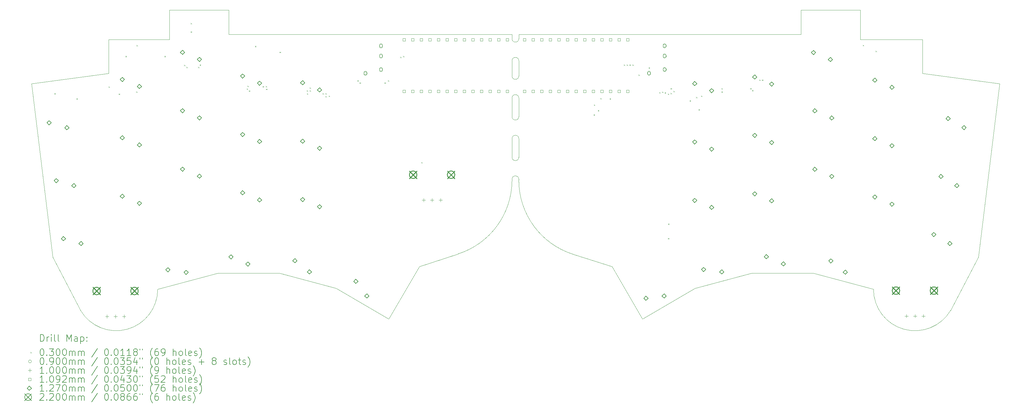
<source format=gbr>
%TF.GenerationSoftware,KiCad,Pcbnew,9.0.4*%
%TF.CreationDate,2025-09-15T12:21:15-04:00*%
%TF.ProjectId,zen,7a656e2e-6b69-4636-9164-5f7063625858,rev?*%
%TF.SameCoordinates,Original*%
%TF.FileFunction,Drillmap*%
%TF.FilePolarity,Positive*%
%FSLAX45Y45*%
G04 Gerber Fmt 4.5, Leading zero omitted, Abs format (unit mm)*
G04 Created by KiCad (PCBNEW 9.0.4) date 2025-09-15 12:21:15*
%MOMM*%
%LPD*%
G01*
G04 APERTURE LIST*
%ADD10C,0.050000*%
%ADD11C,0.100000*%
%ADD12C,0.200000*%
%ADD13C,0.109220*%
%ADD14C,0.127000*%
%ADD15C,0.220000*%
G04 APERTURE END LIST*
D10*
X18160441Y-18800000D02*
X16610441Y-17900000D01*
X11335441Y-17925000D02*
G75*
G02*
X9057806Y-18551568I-1225001J0D01*
G01*
X22000000Y-12275000D02*
X22000000Y-12825000D01*
X30700000Y-17450000D02*
X32475000Y-17925000D01*
X16610441Y-17900000D02*
X14935441Y-17450000D01*
X14935441Y-17450000D02*
X13110441Y-17450000D01*
X21800000Y-12275000D02*
X21800000Y-12825000D01*
X18160441Y-18800000D02*
X19060441Y-17250000D01*
X22000000Y-11175000D02*
X22000000Y-11625000D01*
X22000000Y-10400000D02*
X22000000Y-10525000D01*
X19060441Y-17250000D02*
X20204684Y-16881927D01*
X15210441Y-10400000D02*
X21800000Y-10400000D01*
X21800000Y-10525000D02*
X21800000Y-10400000D01*
X11685441Y-10550000D02*
X11685441Y-9675000D01*
X32087422Y-10550000D02*
X32087422Y-9675000D01*
X34752634Y-18551568D02*
X35575000Y-16975000D01*
X28875000Y-17450000D02*
X30700000Y-17450000D01*
X9057807Y-18551568D02*
X8235441Y-16975000D01*
X13435441Y-9675000D02*
X13435441Y-10400000D01*
X9885441Y-10550000D02*
X11685441Y-10550000D01*
X22000000Y-14025000D02*
X22000000Y-13475000D01*
X33925000Y-11550000D02*
X33925000Y-10550000D01*
X21800000Y-14726568D02*
X21800000Y-14675000D01*
X30337422Y-10400000D02*
X28600000Y-10400000D01*
X21800000Y-13475000D02*
X21800000Y-14025000D01*
X35575000Y-16975000D02*
X36200000Y-11850000D01*
X13110441Y-17450000D02*
X11335441Y-17925000D01*
X21800000Y-14726568D02*
G75*
G02*
X20204690Y-16881928I-2289560J26568D01*
G01*
X33925000Y-10550000D02*
X32087422Y-10550000D01*
X34752634Y-18551568D02*
G75*
G02*
X32475000Y-17925000I-1052634J626568D01*
G01*
X23602632Y-16891729D02*
G75*
G02*
X22000000Y-14700000I697368J2191729D01*
G01*
X11685441Y-9675000D02*
X13435441Y-9675000D01*
X8235441Y-16975000D02*
X7610441Y-11850000D01*
X25650000Y-18800000D02*
X27200000Y-17900000D01*
X24750000Y-17250000D02*
X23602632Y-16891729D01*
X22000000Y-14700000D02*
X22000000Y-14675000D01*
X13435441Y-10400000D02*
X15210441Y-10400000D01*
X21800000Y-11175000D02*
X21800000Y-11625000D01*
X36200000Y-11850000D02*
X33925000Y-11550000D01*
X7610441Y-11850000D02*
X9885441Y-11550000D01*
X27200000Y-17900000D02*
X28875000Y-17450000D01*
X28600000Y-10400000D02*
X22000000Y-10400000D01*
X25650000Y-18800000D02*
X24750000Y-17250000D01*
X32087422Y-9675000D02*
X30337422Y-9675000D01*
X9885441Y-11550000D02*
X9885441Y-10550000D01*
X30337422Y-9675000D02*
X30337422Y-10400000D01*
D11*
X22000000Y-10525000D02*
G75*
G02*
X21800000Y-10525000I-100000J0D01*
G01*
X21800000Y-11175000D02*
G75*
G02*
X22000000Y-11175000I100000J0D01*
G01*
X22000000Y-11625000D02*
G75*
G02*
X21800000Y-11625000I-100000J0D01*
G01*
X21800000Y-12275000D02*
G75*
G02*
X22000000Y-12275000I100000J0D01*
G01*
X22000000Y-14025000D02*
G75*
G02*
X21800000Y-14025000I-100000J0D01*
G01*
X21800000Y-14675000D02*
G75*
G02*
X22000000Y-14675000I100000J0D01*
G01*
X22000000Y-12825000D02*
G75*
G02*
X21800000Y-12825000I-100000J0D01*
G01*
X21800000Y-13475000D02*
G75*
G02*
X22000000Y-13475000I100000J0D01*
G01*
D12*
D11*
X8285000Y-12135000D02*
X8315000Y-12165000D01*
X8315000Y-12135000D02*
X8285000Y-12165000D01*
X8935000Y-12285000D02*
X8965000Y-12315000D01*
X8965000Y-12285000D02*
X8935000Y-12315000D01*
X9885000Y-11935000D02*
X9915000Y-11965000D01*
X9915000Y-11935000D02*
X9885000Y-11965000D01*
X10185000Y-12145000D02*
X10215000Y-12175000D01*
X10215000Y-12145000D02*
X10185000Y-12175000D01*
X10385000Y-11035000D02*
X10415000Y-11065000D01*
X10415000Y-11035000D02*
X10385000Y-11065000D01*
X10702210Y-12082210D02*
X10732210Y-12112210D01*
X10732210Y-12082210D02*
X10702210Y-12112210D01*
X10710000Y-10710000D02*
X10740000Y-10740000D01*
X10740000Y-10710000D02*
X10710000Y-10740000D01*
X11535000Y-11035000D02*
X11565000Y-11065000D01*
X11565000Y-11035000D02*
X11535000Y-11065000D01*
X12115000Y-11295000D02*
X12145000Y-11325000D01*
X12145000Y-11295000D02*
X12115000Y-11325000D01*
X12183600Y-11355000D02*
X12213600Y-11385000D01*
X12213600Y-11355000D02*
X12183600Y-11385000D01*
X12310000Y-10060000D02*
X12340000Y-10090000D01*
X12340000Y-10060000D02*
X12310000Y-10090000D01*
X12310000Y-10310000D02*
X12340000Y-10340000D01*
X12340000Y-10310000D02*
X12310000Y-10340000D01*
X12530624Y-11355000D02*
X12560624Y-11385000D01*
X12560624Y-11355000D02*
X12530624Y-11385000D01*
X12575000Y-11285000D02*
X12605000Y-11315000D01*
X12605000Y-11285000D02*
X12575000Y-11315000D01*
X13964982Y-11992455D02*
X13994982Y-12022455D01*
X13994982Y-11992455D02*
X13964982Y-12022455D01*
X13985000Y-11915000D02*
X14015000Y-11945000D01*
X14015000Y-11915000D02*
X13985000Y-11945000D01*
X14027048Y-12055000D02*
X14057048Y-12085000D01*
X14057048Y-12055000D02*
X14027048Y-12085000D01*
X14210000Y-10735000D02*
X14240000Y-10765000D01*
X14240000Y-10735000D02*
X14210000Y-10765000D01*
X14436999Y-11926933D02*
X14466999Y-11956933D01*
X14466999Y-11926933D02*
X14436999Y-11956933D01*
X14526059Y-11922726D02*
X14556059Y-11952726D01*
X14556059Y-11922726D02*
X14526059Y-11952726D01*
X14535497Y-12002168D02*
X14565497Y-12032168D01*
X14565497Y-12002168D02*
X14535497Y-12032168D01*
X14935000Y-10910000D02*
X14965000Y-10940000D01*
X14965000Y-10910000D02*
X14935000Y-10940000D01*
X15739001Y-12048707D02*
X15769001Y-12078707D01*
X15769001Y-12048707D02*
X15739001Y-12078707D01*
X15744399Y-12139100D02*
X15774399Y-12169100D01*
X15774399Y-12139100D02*
X15744399Y-12169100D01*
X15822574Y-12047427D02*
X15852574Y-12077427D01*
X15852574Y-12047427D02*
X15822574Y-12077427D01*
X15825000Y-11965000D02*
X15855000Y-11995000D01*
X15855000Y-11965000D02*
X15825000Y-11995000D01*
X16203000Y-12135509D02*
X16233000Y-12165509D01*
X16233000Y-12135509D02*
X16203000Y-12165509D01*
X16290675Y-12217540D02*
X16320675Y-12247540D01*
X16320675Y-12217540D02*
X16290675Y-12247540D01*
X16291549Y-12131813D02*
X16321549Y-12161813D01*
X16321549Y-12131813D02*
X16291549Y-12161813D01*
X16385377Y-12207691D02*
X16415377Y-12237691D01*
X16415377Y-12207691D02*
X16385377Y-12237691D01*
X17235000Y-11755000D02*
X17265000Y-11785000D01*
X17265000Y-11755000D02*
X17235000Y-11785000D01*
X17296458Y-11815000D02*
X17326458Y-11845000D01*
X17326458Y-11815000D02*
X17296458Y-11845000D01*
X18035000Y-11815000D02*
X18065000Y-11845000D01*
X18065000Y-11815000D02*
X18035000Y-11845000D01*
X18134202Y-11754201D02*
X18164202Y-11784201D01*
X18164202Y-11754201D02*
X18134202Y-11784201D01*
X18501097Y-11060597D02*
X18531097Y-11090597D01*
X18531097Y-11060597D02*
X18501097Y-11090597D01*
X18585824Y-11032579D02*
X18615824Y-11062579D01*
X18615824Y-11032579D02*
X18585824Y-11062579D01*
X19120000Y-14170000D02*
X19150000Y-14200000D01*
X19150000Y-14170000D02*
X19120000Y-14200000D01*
X24210286Y-12760286D02*
X24240286Y-12790286D01*
X24240286Y-12760286D02*
X24210286Y-12790286D01*
X24218723Y-12468723D02*
X24248723Y-12498723D01*
X24248723Y-12468723D02*
X24218723Y-12498723D01*
X24335286Y-12635286D02*
X24365286Y-12665286D01*
X24365286Y-12635286D02*
X24335286Y-12665286D01*
X24410617Y-12276830D02*
X24440617Y-12306830D01*
X24440617Y-12276830D02*
X24410617Y-12306830D01*
X24685573Y-12285000D02*
X24715573Y-12315000D01*
X24715573Y-12285000D02*
X24685573Y-12315000D01*
X25101627Y-11286186D02*
X25131627Y-11316186D01*
X25131627Y-11286186D02*
X25101627Y-11316186D01*
X25187647Y-11287353D02*
X25217647Y-11317353D01*
X25217647Y-11287353D02*
X25187647Y-11317353D01*
X25270073Y-11284926D02*
X25300073Y-11314926D01*
X25300073Y-11284926D02*
X25270073Y-11314926D01*
X25355000Y-11285000D02*
X25385000Y-11315000D01*
X25385000Y-11285000D02*
X25355000Y-11315000D01*
X25535000Y-11585000D02*
X25565000Y-11615000D01*
X25565000Y-11585000D02*
X25535000Y-11615000D01*
X25834965Y-11369887D02*
X25864965Y-11399887D01*
X25864965Y-11369887D02*
X25834965Y-11399887D01*
X26150460Y-12105900D02*
X26180460Y-12135900D01*
X26180460Y-12105900D02*
X26150460Y-12135900D01*
X26232264Y-12087247D02*
X26262264Y-12117247D01*
X26262264Y-12087247D02*
X26232264Y-12117247D01*
X26310863Y-12109136D02*
X26340863Y-12139136D01*
X26340863Y-12109136D02*
X26310863Y-12139136D01*
X26403191Y-12144754D02*
X26433191Y-12174754D01*
X26433191Y-12144754D02*
X26403191Y-12174754D01*
X26406804Y-16415478D02*
X26436804Y-16445478D01*
X26436804Y-16415478D02*
X26406804Y-16445478D01*
X26410000Y-15985000D02*
X26440000Y-16015000D01*
X26440000Y-15985000D02*
X26410000Y-16015000D01*
X26485000Y-11985000D02*
X26515000Y-12015000D01*
X26515000Y-11985000D02*
X26485000Y-12015000D01*
X26485000Y-12124136D02*
X26515000Y-12154136D01*
X26515000Y-12124136D02*
X26485000Y-12154136D01*
X26565863Y-12064136D02*
X26595863Y-12094136D01*
X26595863Y-12064136D02*
X26565863Y-12094136D01*
X27047500Y-12347500D02*
X27077500Y-12377500D01*
X27077500Y-12347500D02*
X27047500Y-12377500D01*
X27235000Y-12245400D02*
X27265000Y-12275400D01*
X27265000Y-12245400D02*
X27235000Y-12275400D01*
X27310000Y-12610000D02*
X27340000Y-12640000D01*
X27340000Y-12610000D02*
X27310000Y-12640000D01*
X27385000Y-12205300D02*
X27415000Y-12235300D01*
X27415000Y-12205300D02*
X27385000Y-12235300D01*
X27985000Y-11985000D02*
X28015000Y-12015000D01*
X28015000Y-11985000D02*
X27985000Y-12015000D01*
X27985000Y-12085000D02*
X28015000Y-12115000D01*
X28015000Y-12085000D02*
X27985000Y-12115000D01*
X28835000Y-11985000D02*
X28865000Y-12015000D01*
X28865000Y-11985000D02*
X28835000Y-12015000D01*
X28891569Y-12041569D02*
X28921569Y-12071569D01*
X28921569Y-12041569D02*
X28891569Y-12071569D01*
X29103692Y-11731455D02*
X29133692Y-11761455D01*
X29133692Y-11731455D02*
X29103692Y-11761455D01*
X29184237Y-11732000D02*
X29214237Y-11762000D01*
X29214237Y-11732000D02*
X29184237Y-11762000D01*
X32161214Y-10708786D02*
X32191214Y-10738786D01*
X32191214Y-10708786D02*
X32161214Y-10738786D01*
X32535000Y-10880000D02*
X32565000Y-10910000D01*
X32565000Y-10880000D02*
X32535000Y-10910000D01*
X17515000Y-11545318D02*
G75*
G02*
X17425000Y-11545318I-45000J0D01*
G01*
X17425000Y-11545318D02*
G75*
G02*
X17515000Y-11545318I45000J0D01*
G01*
X17425000Y-11525318D02*
X17425000Y-11565318D01*
X17515000Y-11565318D02*
G75*
G02*
X17425000Y-11565318I-45000J0D01*
G01*
X17515000Y-11565318D02*
X17515000Y-11525318D01*
X17515000Y-11525318D02*
G75*
G03*
X17425000Y-11525318I-45000J0D01*
G01*
X17975000Y-10735318D02*
G75*
G02*
X17885000Y-10735318I-45000J0D01*
G01*
X17885000Y-10735318D02*
G75*
G02*
X17975000Y-10735318I45000J0D01*
G01*
X17885000Y-10715318D02*
X17885000Y-10755318D01*
X17975000Y-10755318D02*
G75*
G02*
X17885000Y-10755318I-45000J0D01*
G01*
X17975000Y-10755318D02*
X17975000Y-10715318D01*
X17975000Y-10715318D02*
G75*
G03*
X17885000Y-10715318I-45000J0D01*
G01*
X17975000Y-11035318D02*
G75*
G02*
X17885000Y-11035318I-45000J0D01*
G01*
X17885000Y-11035318D02*
G75*
G02*
X17975000Y-11035318I45000J0D01*
G01*
X17885000Y-11015318D02*
X17885000Y-11055318D01*
X17975000Y-11055318D02*
G75*
G02*
X17885000Y-11055318I-45000J0D01*
G01*
X17975000Y-11055318D02*
X17975000Y-11015318D01*
X17975000Y-11015318D02*
G75*
G03*
X17885000Y-11015318I-45000J0D01*
G01*
X17975000Y-11435318D02*
G75*
G02*
X17885000Y-11435318I-45000J0D01*
G01*
X17885000Y-11435318D02*
G75*
G02*
X17975000Y-11435318I45000J0D01*
G01*
X17885000Y-11415318D02*
X17885000Y-11455318D01*
X17975000Y-11455318D02*
G75*
G02*
X17885000Y-11455318I-45000J0D01*
G01*
X17975000Y-11455318D02*
X17975000Y-11415318D01*
X17975000Y-11415318D02*
G75*
G03*
X17885000Y-11415318I-45000J0D01*
G01*
X25890078Y-11543750D02*
G75*
G02*
X25800078Y-11543750I-45000J0D01*
G01*
X25800078Y-11543750D02*
G75*
G02*
X25890078Y-11543750I45000J0D01*
G01*
X25800078Y-11523750D02*
X25800078Y-11563750D01*
X25890078Y-11563750D02*
G75*
G02*
X25800078Y-11563750I-45000J0D01*
G01*
X25890078Y-11563750D02*
X25890078Y-11523750D01*
X25890078Y-11523750D02*
G75*
G03*
X25800078Y-11523750I-45000J0D01*
G01*
X26350078Y-10733750D02*
G75*
G02*
X26260078Y-10733750I-45000J0D01*
G01*
X26260078Y-10733750D02*
G75*
G02*
X26350078Y-10733750I45000J0D01*
G01*
X26260078Y-10713750D02*
X26260078Y-10753750D01*
X26350078Y-10753750D02*
G75*
G02*
X26260078Y-10753750I-45000J0D01*
G01*
X26350078Y-10753750D02*
X26350078Y-10713750D01*
X26350078Y-10713750D02*
G75*
G03*
X26260078Y-10713750I-45000J0D01*
G01*
X26350078Y-11033750D02*
G75*
G02*
X26260078Y-11033750I-45000J0D01*
G01*
X26260078Y-11033750D02*
G75*
G02*
X26350078Y-11033750I45000J0D01*
G01*
X26260078Y-11013750D02*
X26260078Y-11053750D01*
X26350078Y-11053750D02*
G75*
G02*
X26260078Y-11053750I-45000J0D01*
G01*
X26350078Y-11053750D02*
X26350078Y-11013750D01*
X26350078Y-11013750D02*
G75*
G03*
X26260078Y-11013750I-45000J0D01*
G01*
X26350078Y-11433750D02*
G75*
G02*
X26260078Y-11433750I-45000J0D01*
G01*
X26260078Y-11433750D02*
G75*
G02*
X26350078Y-11433750I45000J0D01*
G01*
X26260078Y-11413750D02*
X26260078Y-11453750D01*
X26350078Y-11453750D02*
G75*
G02*
X26260078Y-11453750I-45000J0D01*
G01*
X26350078Y-11453750D02*
X26350078Y-11413750D01*
X26350078Y-11413750D02*
G75*
G03*
X26260078Y-11413750I-45000J0D01*
G01*
X9840000Y-18676568D02*
X9840000Y-18776568D01*
X9790000Y-18726568D02*
X9890000Y-18726568D01*
X10090000Y-18676568D02*
X10090000Y-18776568D01*
X10040000Y-18726568D02*
X10140000Y-18726568D01*
X10340000Y-18676568D02*
X10340000Y-18776568D01*
X10290000Y-18726568D02*
X10390000Y-18726568D01*
X19190000Y-15241568D02*
X19190000Y-15341568D01*
X19140000Y-15291568D02*
X19240000Y-15291568D01*
X19440000Y-15241568D02*
X19440000Y-15341568D01*
X19390000Y-15291568D02*
X19490000Y-15291568D01*
X19690000Y-15241568D02*
X19690000Y-15341568D01*
X19640000Y-15291568D02*
X19740000Y-15291568D01*
X33450000Y-18665000D02*
X33450000Y-18765000D01*
X33400000Y-18715000D02*
X33500000Y-18715000D01*
X33700000Y-18665000D02*
X33700000Y-18765000D01*
X33650000Y-18715000D02*
X33750000Y-18715000D01*
X33950000Y-18665000D02*
X33950000Y-18765000D01*
X33900000Y-18715000D02*
X34000000Y-18715000D01*
D13*
X18648616Y-10591183D02*
X18648616Y-10513952D01*
X18571385Y-10513952D01*
X18571385Y-10591183D01*
X18648616Y-10591183D01*
X18648616Y-12115183D02*
X18648616Y-12037952D01*
X18571385Y-12037952D01*
X18571385Y-12115183D01*
X18648616Y-12115183D01*
X18902616Y-10591183D02*
X18902616Y-10513952D01*
X18825385Y-10513952D01*
X18825385Y-10591183D01*
X18902616Y-10591183D01*
X18902616Y-12115183D02*
X18902616Y-12037952D01*
X18825385Y-12037952D01*
X18825385Y-12115183D01*
X18902616Y-12115183D01*
X19156616Y-10591183D02*
X19156616Y-10513952D01*
X19079385Y-10513952D01*
X19079385Y-10591183D01*
X19156616Y-10591183D01*
X19156616Y-12115183D02*
X19156616Y-12037952D01*
X19079385Y-12037952D01*
X19079385Y-12115183D01*
X19156616Y-12115183D01*
X19410616Y-10591183D02*
X19410616Y-10513952D01*
X19333385Y-10513952D01*
X19333385Y-10591183D01*
X19410616Y-10591183D01*
X19410616Y-12115183D02*
X19410616Y-12037952D01*
X19333385Y-12037952D01*
X19333385Y-12115183D01*
X19410616Y-12115183D01*
X19664616Y-10591183D02*
X19664616Y-10513952D01*
X19587385Y-10513952D01*
X19587385Y-10591183D01*
X19664616Y-10591183D01*
X19664616Y-12115183D02*
X19664616Y-12037952D01*
X19587385Y-12037952D01*
X19587385Y-12115183D01*
X19664616Y-12115183D01*
X19918616Y-10591183D02*
X19918616Y-10513952D01*
X19841385Y-10513952D01*
X19841385Y-10591183D01*
X19918616Y-10591183D01*
X19918616Y-12115183D02*
X19918616Y-12037952D01*
X19841385Y-12037952D01*
X19841385Y-12115183D01*
X19918616Y-12115183D01*
X20172616Y-10591183D02*
X20172616Y-10513952D01*
X20095385Y-10513952D01*
X20095385Y-10591183D01*
X20172616Y-10591183D01*
X20172616Y-12115183D02*
X20172616Y-12037952D01*
X20095385Y-12037952D01*
X20095385Y-12115183D01*
X20172616Y-12115183D01*
X20426616Y-10591183D02*
X20426616Y-10513952D01*
X20349385Y-10513952D01*
X20349385Y-10591183D01*
X20426616Y-10591183D01*
X20426616Y-12115183D02*
X20426616Y-12037952D01*
X20349385Y-12037952D01*
X20349385Y-12115183D01*
X20426616Y-12115183D01*
X20680616Y-10591183D02*
X20680616Y-10513952D01*
X20603385Y-10513952D01*
X20603385Y-10591183D01*
X20680616Y-10591183D01*
X20680616Y-12115183D02*
X20680616Y-12037952D01*
X20603385Y-12037952D01*
X20603385Y-12115183D01*
X20680616Y-12115183D01*
X20934616Y-10591183D02*
X20934616Y-10513952D01*
X20857385Y-10513952D01*
X20857385Y-10591183D01*
X20934616Y-10591183D01*
X20934616Y-12115183D02*
X20934616Y-12037952D01*
X20857385Y-12037952D01*
X20857385Y-12115183D01*
X20934616Y-12115183D01*
X21188616Y-10591183D02*
X21188616Y-10513952D01*
X21111385Y-10513952D01*
X21111385Y-10591183D01*
X21188616Y-10591183D01*
X21188616Y-12115183D02*
X21188616Y-12037952D01*
X21111385Y-12037952D01*
X21111385Y-12115183D01*
X21188616Y-12115183D01*
X21442616Y-10591183D02*
X21442616Y-10513952D01*
X21365385Y-10513952D01*
X21365385Y-10591183D01*
X21442616Y-10591183D01*
X21442616Y-12115183D02*
X21442616Y-12037952D01*
X21365385Y-12037952D01*
X21365385Y-12115183D01*
X21442616Y-12115183D01*
X21696616Y-10591183D02*
X21696616Y-10513952D01*
X21619385Y-10513952D01*
X21619385Y-10591183D01*
X21696616Y-10591183D01*
X21696616Y-12115183D02*
X21696616Y-12037952D01*
X21619385Y-12037952D01*
X21619385Y-12115183D01*
X21696616Y-12115183D01*
X22205694Y-10588616D02*
X22205694Y-10511385D01*
X22128463Y-10511385D01*
X22128463Y-10588616D01*
X22205694Y-10588616D01*
X22205694Y-12112615D02*
X22205694Y-12035384D01*
X22128463Y-12035384D01*
X22128463Y-12112615D01*
X22205694Y-12112615D01*
X22459693Y-10588616D02*
X22459693Y-10511385D01*
X22382462Y-10511385D01*
X22382462Y-10588616D01*
X22459693Y-10588616D01*
X22459693Y-12112615D02*
X22459693Y-12035384D01*
X22382462Y-12035384D01*
X22382462Y-12112615D01*
X22459693Y-12112615D01*
X22713693Y-10588616D02*
X22713693Y-10511385D01*
X22636462Y-10511385D01*
X22636462Y-10588616D01*
X22713693Y-10588616D01*
X22713693Y-12112615D02*
X22713693Y-12035384D01*
X22636462Y-12035384D01*
X22636462Y-12112615D01*
X22713693Y-12112615D01*
X22967693Y-10588616D02*
X22967693Y-10511385D01*
X22890462Y-10511385D01*
X22890462Y-10588616D01*
X22967693Y-10588616D01*
X22967693Y-12112615D02*
X22967693Y-12035384D01*
X22890462Y-12035384D01*
X22890462Y-12112615D01*
X22967693Y-12112615D01*
X23221693Y-10588616D02*
X23221693Y-10511385D01*
X23144462Y-10511385D01*
X23144462Y-10588616D01*
X23221693Y-10588616D01*
X23221693Y-12112615D02*
X23221693Y-12035384D01*
X23144462Y-12035384D01*
X23144462Y-12112615D01*
X23221693Y-12112615D01*
X23475693Y-10588616D02*
X23475693Y-10511385D01*
X23398462Y-10511385D01*
X23398462Y-10588616D01*
X23475693Y-10588616D01*
X23475693Y-12112615D02*
X23475693Y-12035384D01*
X23398462Y-12035384D01*
X23398462Y-12112615D01*
X23475693Y-12112615D01*
X23729693Y-10588616D02*
X23729693Y-10511385D01*
X23652462Y-10511385D01*
X23652462Y-10588616D01*
X23729693Y-10588616D01*
X23729693Y-12112615D02*
X23729693Y-12035384D01*
X23652462Y-12035384D01*
X23652462Y-12112615D01*
X23729693Y-12112615D01*
X23983693Y-10588616D02*
X23983693Y-10511385D01*
X23906462Y-10511385D01*
X23906462Y-10588616D01*
X23983693Y-10588616D01*
X23983693Y-12112615D02*
X23983693Y-12035384D01*
X23906462Y-12035384D01*
X23906462Y-12112615D01*
X23983693Y-12112615D01*
X24237693Y-10588616D02*
X24237693Y-10511385D01*
X24160462Y-10511385D01*
X24160462Y-10588616D01*
X24237693Y-10588616D01*
X24237693Y-12112615D02*
X24237693Y-12035384D01*
X24160462Y-12035384D01*
X24160462Y-12112615D01*
X24237693Y-12112615D01*
X24491693Y-10588616D02*
X24491693Y-10511385D01*
X24414462Y-10511385D01*
X24414462Y-10588616D01*
X24491693Y-10588616D01*
X24491693Y-12112615D02*
X24491693Y-12035384D01*
X24414462Y-12035384D01*
X24414462Y-12112615D01*
X24491693Y-12112615D01*
X24745693Y-10588616D02*
X24745693Y-10511385D01*
X24668462Y-10511385D01*
X24668462Y-10588616D01*
X24745693Y-10588616D01*
X24745693Y-12112615D02*
X24745693Y-12035384D01*
X24668462Y-12035384D01*
X24668462Y-12112615D01*
X24745693Y-12112615D01*
X24999693Y-10588616D02*
X24999693Y-10511385D01*
X24922462Y-10511385D01*
X24922462Y-10588616D01*
X24999693Y-10588616D01*
X24999693Y-12112615D02*
X24999693Y-12035384D01*
X24922462Y-12035384D01*
X24922462Y-12112615D01*
X24999693Y-12112615D01*
X25253693Y-10588616D02*
X25253693Y-10511385D01*
X25176462Y-10511385D01*
X25176462Y-10588616D01*
X25253693Y-10588616D01*
X25253693Y-12112615D02*
X25253693Y-12035384D01*
X25176462Y-12035384D01*
X25176462Y-12112615D01*
X25253693Y-12112615D01*
D14*
X8129588Y-13068134D02*
X8193088Y-13004634D01*
X8129588Y-12941134D01*
X8066088Y-13004634D01*
X8129588Y-13068134D01*
X8339813Y-14780276D02*
X8403313Y-14716776D01*
X8339813Y-14653276D01*
X8276313Y-14716776D01*
X8339813Y-14780276D01*
X8550037Y-16492418D02*
X8613537Y-16428918D01*
X8550037Y-16365418D01*
X8486537Y-16428918D01*
X8550037Y-16492418D01*
X8651454Y-13215634D02*
X8714954Y-13152134D01*
X8651454Y-13088634D01*
X8587954Y-13152134D01*
X8651454Y-13215634D01*
X8861678Y-14927776D02*
X8925178Y-14864276D01*
X8861678Y-14800776D01*
X8798178Y-14864276D01*
X8861678Y-14927776D01*
X9071903Y-16639918D02*
X9135403Y-16576418D01*
X9071903Y-16512918D01*
X9008403Y-16576418D01*
X9071903Y-16639918D01*
X10293000Y-11790068D02*
X10356500Y-11726568D01*
X10293000Y-11663068D01*
X10229500Y-11726568D01*
X10293000Y-11790068D01*
X10293000Y-13515068D02*
X10356500Y-13451568D01*
X10293000Y-13388068D01*
X10229500Y-13451568D01*
X10293000Y-13515068D01*
X10293000Y-15240068D02*
X10356500Y-15176568D01*
X10293000Y-15113068D01*
X10229500Y-15176568D01*
X10293000Y-15240068D01*
X10793000Y-12000068D02*
X10856500Y-11936568D01*
X10793000Y-11873068D01*
X10729500Y-11936568D01*
X10793000Y-12000068D01*
X10793000Y-13725068D02*
X10856500Y-13661568D01*
X10793000Y-13598068D01*
X10729500Y-13661568D01*
X10793000Y-13725068D01*
X10793000Y-15450068D02*
X10856500Y-15386568D01*
X10793000Y-15323068D01*
X10729500Y-15386568D01*
X10793000Y-15450068D01*
X11635388Y-17414961D02*
X11698888Y-17351461D01*
X11635388Y-17287961D01*
X11571888Y-17351461D01*
X11635388Y-17414961D01*
X12068000Y-10990068D02*
X12131500Y-10926568D01*
X12068000Y-10863068D01*
X12004500Y-10926568D01*
X12068000Y-10990068D01*
X12068000Y-12715068D02*
X12131500Y-12651568D01*
X12068000Y-12588068D01*
X12004500Y-12651568D01*
X12068000Y-12715068D01*
X12068000Y-14440068D02*
X12131500Y-14376568D01*
X12068000Y-14313068D01*
X12004500Y-14376568D01*
X12068000Y-14440068D01*
X12172703Y-17488396D02*
X12236203Y-17424896D01*
X12172703Y-17361396D01*
X12109203Y-17424896D01*
X12172703Y-17488396D01*
X12568000Y-11200068D02*
X12631500Y-11136568D01*
X12568000Y-11073068D01*
X12504500Y-11136568D01*
X12568000Y-11200068D01*
X12568000Y-12925068D02*
X12631500Y-12861568D01*
X12568000Y-12798068D01*
X12504500Y-12861568D01*
X12568000Y-12925068D01*
X12568000Y-14650068D02*
X12631500Y-14586568D01*
X12568000Y-14523068D01*
X12504500Y-14586568D01*
X12568000Y-14650068D01*
X13500000Y-17033500D02*
X13563500Y-16970000D01*
X13500000Y-16906500D01*
X13436500Y-16970000D01*
X13500000Y-17033500D01*
X13843000Y-11690068D02*
X13906500Y-11626568D01*
X13843000Y-11563068D01*
X13779500Y-11626568D01*
X13843000Y-11690068D01*
X13843000Y-13415068D02*
X13906500Y-13351568D01*
X13843000Y-13288068D01*
X13779500Y-13351568D01*
X13843000Y-13415068D01*
X13843000Y-15140068D02*
X13906500Y-15076568D01*
X13843000Y-15013068D01*
X13779500Y-15076568D01*
X13843000Y-15140068D01*
X14000000Y-17243500D02*
X14063500Y-17180000D01*
X14000000Y-17116500D01*
X13936500Y-17180000D01*
X14000000Y-17243500D01*
X14343000Y-11900068D02*
X14406500Y-11836568D01*
X14343000Y-11773068D01*
X14279500Y-11836568D01*
X14343000Y-11900068D01*
X14343000Y-13625068D02*
X14406500Y-13561568D01*
X14343000Y-13498068D01*
X14279500Y-13561568D01*
X14343000Y-13625068D01*
X14343000Y-15350068D02*
X14406500Y-15286568D01*
X14343000Y-15223068D01*
X14279500Y-15286568D01*
X14343000Y-15350068D01*
X15388686Y-17146142D02*
X15452186Y-17082642D01*
X15388686Y-17019142D01*
X15325186Y-17082642D01*
X15388686Y-17146142D01*
X15618000Y-11890068D02*
X15681500Y-11826568D01*
X15618000Y-11763068D01*
X15554500Y-11826568D01*
X15618000Y-11890068D01*
X15618000Y-13615068D02*
X15681500Y-13551568D01*
X15618000Y-13488068D01*
X15554500Y-13551568D01*
X15618000Y-13615068D01*
X15618000Y-15340068D02*
X15681500Y-15276568D01*
X15618000Y-15213068D01*
X15554500Y-15276568D01*
X15618000Y-15340068D01*
X15817297Y-17478396D02*
X15880797Y-17414896D01*
X15817297Y-17351396D01*
X15753797Y-17414896D01*
X15817297Y-17478396D01*
X16118000Y-12100068D02*
X16181500Y-12036568D01*
X16118000Y-11973068D01*
X16054500Y-12036568D01*
X16118000Y-12100068D01*
X16118000Y-13825068D02*
X16181500Y-13761568D01*
X16118000Y-13698068D01*
X16054500Y-13761568D01*
X16118000Y-13825068D01*
X16118000Y-15550068D02*
X16181500Y-15486568D01*
X16118000Y-15423068D01*
X16054500Y-15486568D01*
X16118000Y-15550068D01*
X17186987Y-17757590D02*
X17250487Y-17694090D01*
X17186987Y-17630590D01*
X17123487Y-17694090D01*
X17186987Y-17757590D01*
X17515000Y-18189455D02*
X17578500Y-18125955D01*
X17515000Y-18062455D01*
X17451500Y-18125955D01*
X17515000Y-18189455D01*
X25754987Y-18256590D02*
X25818487Y-18193090D01*
X25754987Y-18129590D01*
X25691487Y-18193090D01*
X25754987Y-18256590D01*
X26293000Y-18188455D02*
X26356500Y-18124955D01*
X26293000Y-18061455D01*
X26229500Y-18124955D01*
X26293000Y-18188455D01*
X27193000Y-11912500D02*
X27256500Y-11849000D01*
X27193000Y-11785500D01*
X27129500Y-11849000D01*
X27193000Y-11912500D01*
X27193000Y-13637500D02*
X27256500Y-13574000D01*
X27193000Y-13510500D01*
X27129500Y-13574000D01*
X27193000Y-13637500D01*
X27193000Y-15362500D02*
X27256500Y-15299000D01*
X27193000Y-15235500D01*
X27129500Y-15299000D01*
X27193000Y-15362500D01*
X27458388Y-17403961D02*
X27521888Y-17340461D01*
X27458388Y-17276961D01*
X27394888Y-17340461D01*
X27458388Y-17403961D01*
X27693000Y-12122500D02*
X27756500Y-12059000D01*
X27693000Y-11995500D01*
X27629500Y-12059000D01*
X27693000Y-12122500D01*
X27693000Y-13847500D02*
X27756500Y-13784000D01*
X27693000Y-13720500D01*
X27629500Y-13784000D01*
X27693000Y-13847500D01*
X27693000Y-15572500D02*
X27756500Y-15509000D01*
X27693000Y-15445500D01*
X27629500Y-15509000D01*
X27693000Y-15572500D01*
X27995703Y-17477396D02*
X28059203Y-17413896D01*
X27995703Y-17350396D01*
X27932203Y-17413896D01*
X27995703Y-17477396D01*
X28968000Y-11718500D02*
X29031500Y-11655000D01*
X28968000Y-11591500D01*
X28904500Y-11655000D01*
X28968000Y-11718500D01*
X28968000Y-13443500D02*
X29031500Y-13380000D01*
X28968000Y-13316500D01*
X28904500Y-13380000D01*
X28968000Y-13443500D01*
X28968000Y-15168500D02*
X29031500Y-15105000D01*
X28968000Y-15041500D01*
X28904500Y-15105000D01*
X28968000Y-15168500D01*
X29313000Y-17027500D02*
X29376500Y-16964000D01*
X29313000Y-16900500D01*
X29249500Y-16964000D01*
X29313000Y-17027500D01*
X29468000Y-11928500D02*
X29531500Y-11865000D01*
X29468000Y-11801500D01*
X29404500Y-11865000D01*
X29468000Y-11928500D01*
X29468000Y-13653500D02*
X29531500Y-13590000D01*
X29468000Y-13526500D01*
X29404500Y-13590000D01*
X29468000Y-13653500D01*
X29468000Y-15378500D02*
X29531500Y-15315000D01*
X29468000Y-15251500D01*
X29404500Y-15315000D01*
X29468000Y-15378500D01*
X29813000Y-17237500D02*
X29876500Y-17174000D01*
X29813000Y-17110500D01*
X29749500Y-17174000D01*
X29813000Y-17237500D01*
X30705422Y-10993500D02*
X30768922Y-10930000D01*
X30705422Y-10866500D01*
X30641922Y-10930000D01*
X30705422Y-10993500D01*
X30743000Y-12718500D02*
X30806500Y-12655000D01*
X30743000Y-12591500D01*
X30679500Y-12655000D01*
X30743000Y-12718500D01*
X30743000Y-14443500D02*
X30806500Y-14380000D01*
X30743000Y-14316500D01*
X30679500Y-14380000D01*
X30743000Y-14443500D01*
X31205422Y-11203500D02*
X31268922Y-11140000D01*
X31205422Y-11076500D01*
X31141922Y-11140000D01*
X31205422Y-11203500D01*
X31215000Y-17151142D02*
X31278500Y-17087642D01*
X31215000Y-17024142D01*
X31151500Y-17087642D01*
X31215000Y-17151142D01*
X31243000Y-12928500D02*
X31306500Y-12865000D01*
X31243000Y-12801500D01*
X31179500Y-12865000D01*
X31243000Y-12928500D01*
X31243000Y-14653500D02*
X31306500Y-14590000D01*
X31243000Y-14526500D01*
X31179500Y-14590000D01*
X31243000Y-14653500D01*
X31643611Y-17483396D02*
X31707111Y-17419896D01*
X31643611Y-17356396D01*
X31580111Y-17419896D01*
X31643611Y-17483396D01*
X32518000Y-11813500D02*
X32581500Y-11750000D01*
X32518000Y-11686500D01*
X32454500Y-11750000D01*
X32518000Y-11813500D01*
X32518000Y-13538500D02*
X32581500Y-13475000D01*
X32518000Y-13411500D01*
X32454500Y-13475000D01*
X32518000Y-13538500D01*
X32518000Y-15263500D02*
X32581500Y-15200000D01*
X32518000Y-15136500D01*
X32454500Y-15200000D01*
X32518000Y-15263500D01*
X33018000Y-12023500D02*
X33081500Y-11960000D01*
X33018000Y-11896500D01*
X32954500Y-11960000D01*
X33018000Y-12023500D01*
X33018000Y-13748500D02*
X33081500Y-13685000D01*
X33018000Y-13621500D01*
X32954500Y-13685000D01*
X33018000Y-13748500D01*
X33018000Y-15473500D02*
X33081500Y-15410000D01*
X33018000Y-15346500D01*
X32954500Y-15410000D01*
X33018000Y-15473500D01*
X34257304Y-16370477D02*
X34320804Y-16306977D01*
X34257304Y-16243477D01*
X34193804Y-16306977D01*
X34257304Y-16370477D01*
X34467529Y-14658334D02*
X34531029Y-14594834D01*
X34467529Y-14531334D01*
X34404029Y-14594834D01*
X34467529Y-14658334D01*
X34677753Y-12946192D02*
X34741253Y-12882692D01*
X34677753Y-12819192D01*
X34614253Y-12882692D01*
X34677753Y-12946192D01*
X34727985Y-16639846D02*
X34791485Y-16576346D01*
X34727985Y-16512846D01*
X34664485Y-16576346D01*
X34727985Y-16639846D01*
X34938209Y-14927704D02*
X35001709Y-14864204D01*
X34938209Y-14800704D01*
X34874709Y-14864204D01*
X34938209Y-14927704D01*
X35148434Y-13215562D02*
X35211934Y-13152062D01*
X35148434Y-13088562D01*
X35084934Y-13152062D01*
X35148434Y-13215562D01*
D15*
X9420000Y-17866568D02*
X9640000Y-18086568D01*
X9640000Y-17866568D02*
X9420000Y-18086568D01*
X9640000Y-17976568D02*
G75*
G02*
X9420000Y-17976568I-110000J0D01*
G01*
X9420000Y-17976568D02*
G75*
G02*
X9640000Y-17976568I110000J0D01*
G01*
X10540000Y-17866568D02*
X10760000Y-18086568D01*
X10760000Y-17866568D02*
X10540000Y-18086568D01*
X10760000Y-17976568D02*
G75*
G02*
X10540000Y-17976568I-110000J0D01*
G01*
X10540000Y-17976568D02*
G75*
G02*
X10760000Y-17976568I110000J0D01*
G01*
X18770000Y-14431568D02*
X18990000Y-14651568D01*
X18990000Y-14431568D02*
X18770000Y-14651568D01*
X18990000Y-14541568D02*
G75*
G02*
X18770000Y-14541568I-110000J0D01*
G01*
X18770000Y-14541568D02*
G75*
G02*
X18990000Y-14541568I110000J0D01*
G01*
X19890000Y-14431568D02*
X20110000Y-14651568D01*
X20110000Y-14431568D02*
X19890000Y-14651568D01*
X20110000Y-14541568D02*
G75*
G02*
X19890000Y-14541568I-110000J0D01*
G01*
X19890000Y-14541568D02*
G75*
G02*
X20110000Y-14541568I110000J0D01*
G01*
X33030000Y-17855000D02*
X33250000Y-18075000D01*
X33250000Y-17855000D02*
X33030000Y-18075000D01*
X33250000Y-17965000D02*
G75*
G02*
X33030000Y-17965000I-110000J0D01*
G01*
X33030000Y-17965000D02*
G75*
G02*
X33250000Y-17965000I110000J0D01*
G01*
X34150000Y-17855000D02*
X34370000Y-18075000D01*
X34370000Y-17855000D02*
X34150000Y-18075000D01*
X34370000Y-17965000D02*
G75*
G02*
X34150000Y-17965000I-110000J0D01*
G01*
X34150000Y-17965000D02*
G75*
G02*
X34370000Y-17965000I110000J0D01*
G01*
D12*
X7868717Y-19463984D02*
X7868717Y-19263984D01*
X7868717Y-19263984D02*
X7916336Y-19263984D01*
X7916336Y-19263984D02*
X7944908Y-19273508D01*
X7944908Y-19273508D02*
X7963955Y-19292556D01*
X7963955Y-19292556D02*
X7973479Y-19311603D01*
X7973479Y-19311603D02*
X7983003Y-19349699D01*
X7983003Y-19349699D02*
X7983003Y-19378270D01*
X7983003Y-19378270D02*
X7973479Y-19416365D01*
X7973479Y-19416365D02*
X7963955Y-19435413D01*
X7963955Y-19435413D02*
X7944908Y-19454461D01*
X7944908Y-19454461D02*
X7916336Y-19463984D01*
X7916336Y-19463984D02*
X7868717Y-19463984D01*
X8068717Y-19463984D02*
X8068717Y-19330651D01*
X8068717Y-19368746D02*
X8078241Y-19349699D01*
X8078241Y-19349699D02*
X8087765Y-19340175D01*
X8087765Y-19340175D02*
X8106813Y-19330651D01*
X8106813Y-19330651D02*
X8125860Y-19330651D01*
X8192527Y-19463984D02*
X8192527Y-19330651D01*
X8192527Y-19263984D02*
X8183003Y-19273508D01*
X8183003Y-19273508D02*
X8192527Y-19283032D01*
X8192527Y-19283032D02*
X8202051Y-19273508D01*
X8202051Y-19273508D02*
X8192527Y-19263984D01*
X8192527Y-19263984D02*
X8192527Y-19283032D01*
X8316336Y-19463984D02*
X8297289Y-19454461D01*
X8297289Y-19454461D02*
X8287765Y-19435413D01*
X8287765Y-19435413D02*
X8287765Y-19263984D01*
X8421098Y-19463984D02*
X8402051Y-19454461D01*
X8402051Y-19454461D02*
X8392527Y-19435413D01*
X8392527Y-19435413D02*
X8392527Y-19263984D01*
X8649670Y-19463984D02*
X8649670Y-19263984D01*
X8649670Y-19263984D02*
X8716337Y-19406842D01*
X8716337Y-19406842D02*
X8783003Y-19263984D01*
X8783003Y-19263984D02*
X8783003Y-19463984D01*
X8963956Y-19463984D02*
X8963956Y-19359223D01*
X8963956Y-19359223D02*
X8954432Y-19340175D01*
X8954432Y-19340175D02*
X8935384Y-19330651D01*
X8935384Y-19330651D02*
X8897289Y-19330651D01*
X8897289Y-19330651D02*
X8878241Y-19340175D01*
X8963956Y-19454461D02*
X8944908Y-19463984D01*
X8944908Y-19463984D02*
X8897289Y-19463984D01*
X8897289Y-19463984D02*
X8878241Y-19454461D01*
X8878241Y-19454461D02*
X8868717Y-19435413D01*
X8868717Y-19435413D02*
X8868717Y-19416365D01*
X8868717Y-19416365D02*
X8878241Y-19397318D01*
X8878241Y-19397318D02*
X8897289Y-19387794D01*
X8897289Y-19387794D02*
X8944908Y-19387794D01*
X8944908Y-19387794D02*
X8963956Y-19378270D01*
X9059194Y-19330651D02*
X9059194Y-19530651D01*
X9059194Y-19340175D02*
X9078241Y-19330651D01*
X9078241Y-19330651D02*
X9116337Y-19330651D01*
X9116337Y-19330651D02*
X9135384Y-19340175D01*
X9135384Y-19340175D02*
X9144908Y-19349699D01*
X9144908Y-19349699D02*
X9154432Y-19368746D01*
X9154432Y-19368746D02*
X9154432Y-19425889D01*
X9154432Y-19425889D02*
X9144908Y-19444937D01*
X9144908Y-19444937D02*
X9135384Y-19454461D01*
X9135384Y-19454461D02*
X9116337Y-19463984D01*
X9116337Y-19463984D02*
X9078241Y-19463984D01*
X9078241Y-19463984D02*
X9059194Y-19454461D01*
X9240146Y-19444937D02*
X9249670Y-19454461D01*
X9249670Y-19454461D02*
X9240146Y-19463984D01*
X9240146Y-19463984D02*
X9230622Y-19454461D01*
X9230622Y-19454461D02*
X9240146Y-19444937D01*
X9240146Y-19444937D02*
X9240146Y-19463984D01*
X9240146Y-19340175D02*
X9249670Y-19349699D01*
X9249670Y-19349699D02*
X9240146Y-19359223D01*
X9240146Y-19359223D02*
X9230622Y-19349699D01*
X9230622Y-19349699D02*
X9240146Y-19340175D01*
X9240146Y-19340175D02*
X9240146Y-19359223D01*
D11*
X7577941Y-19777501D02*
X7607941Y-19807501D01*
X7607941Y-19777501D02*
X7577941Y-19807501D01*
D12*
X7906813Y-19683984D02*
X7925860Y-19683984D01*
X7925860Y-19683984D02*
X7944908Y-19693508D01*
X7944908Y-19693508D02*
X7954432Y-19703032D01*
X7954432Y-19703032D02*
X7963955Y-19722080D01*
X7963955Y-19722080D02*
X7973479Y-19760175D01*
X7973479Y-19760175D02*
X7973479Y-19807794D01*
X7973479Y-19807794D02*
X7963955Y-19845889D01*
X7963955Y-19845889D02*
X7954432Y-19864937D01*
X7954432Y-19864937D02*
X7944908Y-19874461D01*
X7944908Y-19874461D02*
X7925860Y-19883984D01*
X7925860Y-19883984D02*
X7906813Y-19883984D01*
X7906813Y-19883984D02*
X7887765Y-19874461D01*
X7887765Y-19874461D02*
X7878241Y-19864937D01*
X7878241Y-19864937D02*
X7868717Y-19845889D01*
X7868717Y-19845889D02*
X7859194Y-19807794D01*
X7859194Y-19807794D02*
X7859194Y-19760175D01*
X7859194Y-19760175D02*
X7868717Y-19722080D01*
X7868717Y-19722080D02*
X7878241Y-19703032D01*
X7878241Y-19703032D02*
X7887765Y-19693508D01*
X7887765Y-19693508D02*
X7906813Y-19683984D01*
X8059194Y-19864937D02*
X8068717Y-19874461D01*
X8068717Y-19874461D02*
X8059194Y-19883984D01*
X8059194Y-19883984D02*
X8049670Y-19874461D01*
X8049670Y-19874461D02*
X8059194Y-19864937D01*
X8059194Y-19864937D02*
X8059194Y-19883984D01*
X8135384Y-19683984D02*
X8259194Y-19683984D01*
X8259194Y-19683984D02*
X8192527Y-19760175D01*
X8192527Y-19760175D02*
X8221098Y-19760175D01*
X8221098Y-19760175D02*
X8240146Y-19769699D01*
X8240146Y-19769699D02*
X8249670Y-19779223D01*
X8249670Y-19779223D02*
X8259194Y-19798270D01*
X8259194Y-19798270D02*
X8259194Y-19845889D01*
X8259194Y-19845889D02*
X8249670Y-19864937D01*
X8249670Y-19864937D02*
X8240146Y-19874461D01*
X8240146Y-19874461D02*
X8221098Y-19883984D01*
X8221098Y-19883984D02*
X8163955Y-19883984D01*
X8163955Y-19883984D02*
X8144908Y-19874461D01*
X8144908Y-19874461D02*
X8135384Y-19864937D01*
X8383003Y-19683984D02*
X8402051Y-19683984D01*
X8402051Y-19683984D02*
X8421098Y-19693508D01*
X8421098Y-19693508D02*
X8430622Y-19703032D01*
X8430622Y-19703032D02*
X8440146Y-19722080D01*
X8440146Y-19722080D02*
X8449670Y-19760175D01*
X8449670Y-19760175D02*
X8449670Y-19807794D01*
X8449670Y-19807794D02*
X8440146Y-19845889D01*
X8440146Y-19845889D02*
X8430622Y-19864937D01*
X8430622Y-19864937D02*
X8421098Y-19874461D01*
X8421098Y-19874461D02*
X8402051Y-19883984D01*
X8402051Y-19883984D02*
X8383003Y-19883984D01*
X8383003Y-19883984D02*
X8363955Y-19874461D01*
X8363955Y-19874461D02*
X8354432Y-19864937D01*
X8354432Y-19864937D02*
X8344908Y-19845889D01*
X8344908Y-19845889D02*
X8335384Y-19807794D01*
X8335384Y-19807794D02*
X8335384Y-19760175D01*
X8335384Y-19760175D02*
X8344908Y-19722080D01*
X8344908Y-19722080D02*
X8354432Y-19703032D01*
X8354432Y-19703032D02*
X8363955Y-19693508D01*
X8363955Y-19693508D02*
X8383003Y-19683984D01*
X8573479Y-19683984D02*
X8592527Y-19683984D01*
X8592527Y-19683984D02*
X8611575Y-19693508D01*
X8611575Y-19693508D02*
X8621098Y-19703032D01*
X8621098Y-19703032D02*
X8630622Y-19722080D01*
X8630622Y-19722080D02*
X8640146Y-19760175D01*
X8640146Y-19760175D02*
X8640146Y-19807794D01*
X8640146Y-19807794D02*
X8630622Y-19845889D01*
X8630622Y-19845889D02*
X8621098Y-19864937D01*
X8621098Y-19864937D02*
X8611575Y-19874461D01*
X8611575Y-19874461D02*
X8592527Y-19883984D01*
X8592527Y-19883984D02*
X8573479Y-19883984D01*
X8573479Y-19883984D02*
X8554432Y-19874461D01*
X8554432Y-19874461D02*
X8544908Y-19864937D01*
X8544908Y-19864937D02*
X8535384Y-19845889D01*
X8535384Y-19845889D02*
X8525860Y-19807794D01*
X8525860Y-19807794D02*
X8525860Y-19760175D01*
X8525860Y-19760175D02*
X8535384Y-19722080D01*
X8535384Y-19722080D02*
X8544908Y-19703032D01*
X8544908Y-19703032D02*
X8554432Y-19693508D01*
X8554432Y-19693508D02*
X8573479Y-19683984D01*
X8725860Y-19883984D02*
X8725860Y-19750651D01*
X8725860Y-19769699D02*
X8735384Y-19760175D01*
X8735384Y-19760175D02*
X8754432Y-19750651D01*
X8754432Y-19750651D02*
X8783003Y-19750651D01*
X8783003Y-19750651D02*
X8802051Y-19760175D01*
X8802051Y-19760175D02*
X8811575Y-19779223D01*
X8811575Y-19779223D02*
X8811575Y-19883984D01*
X8811575Y-19779223D02*
X8821098Y-19760175D01*
X8821098Y-19760175D02*
X8840146Y-19750651D01*
X8840146Y-19750651D02*
X8868717Y-19750651D01*
X8868717Y-19750651D02*
X8887765Y-19760175D01*
X8887765Y-19760175D02*
X8897289Y-19779223D01*
X8897289Y-19779223D02*
X8897289Y-19883984D01*
X8992527Y-19883984D02*
X8992527Y-19750651D01*
X8992527Y-19769699D02*
X9002051Y-19760175D01*
X9002051Y-19760175D02*
X9021098Y-19750651D01*
X9021098Y-19750651D02*
X9049670Y-19750651D01*
X9049670Y-19750651D02*
X9068718Y-19760175D01*
X9068718Y-19760175D02*
X9078241Y-19779223D01*
X9078241Y-19779223D02*
X9078241Y-19883984D01*
X9078241Y-19779223D02*
X9087765Y-19760175D01*
X9087765Y-19760175D02*
X9106813Y-19750651D01*
X9106813Y-19750651D02*
X9135384Y-19750651D01*
X9135384Y-19750651D02*
X9154432Y-19760175D01*
X9154432Y-19760175D02*
X9163956Y-19779223D01*
X9163956Y-19779223D02*
X9163956Y-19883984D01*
X9554432Y-19674461D02*
X9383003Y-19931603D01*
X9811575Y-19683984D02*
X9830622Y-19683984D01*
X9830622Y-19683984D02*
X9849670Y-19693508D01*
X9849670Y-19693508D02*
X9859194Y-19703032D01*
X9859194Y-19703032D02*
X9868718Y-19722080D01*
X9868718Y-19722080D02*
X9878241Y-19760175D01*
X9878241Y-19760175D02*
X9878241Y-19807794D01*
X9878241Y-19807794D02*
X9868718Y-19845889D01*
X9868718Y-19845889D02*
X9859194Y-19864937D01*
X9859194Y-19864937D02*
X9849670Y-19874461D01*
X9849670Y-19874461D02*
X9830622Y-19883984D01*
X9830622Y-19883984D02*
X9811575Y-19883984D01*
X9811575Y-19883984D02*
X9792527Y-19874461D01*
X9792527Y-19874461D02*
X9783003Y-19864937D01*
X9783003Y-19864937D02*
X9773480Y-19845889D01*
X9773480Y-19845889D02*
X9763956Y-19807794D01*
X9763956Y-19807794D02*
X9763956Y-19760175D01*
X9763956Y-19760175D02*
X9773480Y-19722080D01*
X9773480Y-19722080D02*
X9783003Y-19703032D01*
X9783003Y-19703032D02*
X9792527Y-19693508D01*
X9792527Y-19693508D02*
X9811575Y-19683984D01*
X9963956Y-19864937D02*
X9973480Y-19874461D01*
X9973480Y-19874461D02*
X9963956Y-19883984D01*
X9963956Y-19883984D02*
X9954432Y-19874461D01*
X9954432Y-19874461D02*
X9963956Y-19864937D01*
X9963956Y-19864937D02*
X9963956Y-19883984D01*
X10097289Y-19683984D02*
X10116337Y-19683984D01*
X10116337Y-19683984D02*
X10135384Y-19693508D01*
X10135384Y-19693508D02*
X10144908Y-19703032D01*
X10144908Y-19703032D02*
X10154432Y-19722080D01*
X10154432Y-19722080D02*
X10163956Y-19760175D01*
X10163956Y-19760175D02*
X10163956Y-19807794D01*
X10163956Y-19807794D02*
X10154432Y-19845889D01*
X10154432Y-19845889D02*
X10144908Y-19864937D01*
X10144908Y-19864937D02*
X10135384Y-19874461D01*
X10135384Y-19874461D02*
X10116337Y-19883984D01*
X10116337Y-19883984D02*
X10097289Y-19883984D01*
X10097289Y-19883984D02*
X10078241Y-19874461D01*
X10078241Y-19874461D02*
X10068718Y-19864937D01*
X10068718Y-19864937D02*
X10059194Y-19845889D01*
X10059194Y-19845889D02*
X10049670Y-19807794D01*
X10049670Y-19807794D02*
X10049670Y-19760175D01*
X10049670Y-19760175D02*
X10059194Y-19722080D01*
X10059194Y-19722080D02*
X10068718Y-19703032D01*
X10068718Y-19703032D02*
X10078241Y-19693508D01*
X10078241Y-19693508D02*
X10097289Y-19683984D01*
X10354432Y-19883984D02*
X10240146Y-19883984D01*
X10297289Y-19883984D02*
X10297289Y-19683984D01*
X10297289Y-19683984D02*
X10278241Y-19712556D01*
X10278241Y-19712556D02*
X10259194Y-19731603D01*
X10259194Y-19731603D02*
X10240146Y-19741127D01*
X10544908Y-19883984D02*
X10430622Y-19883984D01*
X10487765Y-19883984D02*
X10487765Y-19683984D01*
X10487765Y-19683984D02*
X10468718Y-19712556D01*
X10468718Y-19712556D02*
X10449670Y-19731603D01*
X10449670Y-19731603D02*
X10430622Y-19741127D01*
X10659194Y-19769699D02*
X10640146Y-19760175D01*
X10640146Y-19760175D02*
X10630622Y-19750651D01*
X10630622Y-19750651D02*
X10621099Y-19731603D01*
X10621099Y-19731603D02*
X10621099Y-19722080D01*
X10621099Y-19722080D02*
X10630622Y-19703032D01*
X10630622Y-19703032D02*
X10640146Y-19693508D01*
X10640146Y-19693508D02*
X10659194Y-19683984D01*
X10659194Y-19683984D02*
X10697289Y-19683984D01*
X10697289Y-19683984D02*
X10716337Y-19693508D01*
X10716337Y-19693508D02*
X10725861Y-19703032D01*
X10725861Y-19703032D02*
X10735384Y-19722080D01*
X10735384Y-19722080D02*
X10735384Y-19731603D01*
X10735384Y-19731603D02*
X10725861Y-19750651D01*
X10725861Y-19750651D02*
X10716337Y-19760175D01*
X10716337Y-19760175D02*
X10697289Y-19769699D01*
X10697289Y-19769699D02*
X10659194Y-19769699D01*
X10659194Y-19769699D02*
X10640146Y-19779223D01*
X10640146Y-19779223D02*
X10630622Y-19788746D01*
X10630622Y-19788746D02*
X10621099Y-19807794D01*
X10621099Y-19807794D02*
X10621099Y-19845889D01*
X10621099Y-19845889D02*
X10630622Y-19864937D01*
X10630622Y-19864937D02*
X10640146Y-19874461D01*
X10640146Y-19874461D02*
X10659194Y-19883984D01*
X10659194Y-19883984D02*
X10697289Y-19883984D01*
X10697289Y-19883984D02*
X10716337Y-19874461D01*
X10716337Y-19874461D02*
X10725861Y-19864937D01*
X10725861Y-19864937D02*
X10735384Y-19845889D01*
X10735384Y-19845889D02*
X10735384Y-19807794D01*
X10735384Y-19807794D02*
X10725861Y-19788746D01*
X10725861Y-19788746D02*
X10716337Y-19779223D01*
X10716337Y-19779223D02*
X10697289Y-19769699D01*
X10811575Y-19683984D02*
X10811575Y-19722080D01*
X10887765Y-19683984D02*
X10887765Y-19722080D01*
X11183004Y-19960175D02*
X11173480Y-19950651D01*
X11173480Y-19950651D02*
X11154432Y-19922080D01*
X11154432Y-19922080D02*
X11144908Y-19903032D01*
X11144908Y-19903032D02*
X11135384Y-19874461D01*
X11135384Y-19874461D02*
X11125861Y-19826842D01*
X11125861Y-19826842D02*
X11125861Y-19788746D01*
X11125861Y-19788746D02*
X11135384Y-19741127D01*
X11135384Y-19741127D02*
X11144908Y-19712556D01*
X11144908Y-19712556D02*
X11154432Y-19693508D01*
X11154432Y-19693508D02*
X11173480Y-19664937D01*
X11173480Y-19664937D02*
X11183004Y-19655413D01*
X11344908Y-19683984D02*
X11306813Y-19683984D01*
X11306813Y-19683984D02*
X11287765Y-19693508D01*
X11287765Y-19693508D02*
X11278241Y-19703032D01*
X11278241Y-19703032D02*
X11259194Y-19731603D01*
X11259194Y-19731603D02*
X11249670Y-19769699D01*
X11249670Y-19769699D02*
X11249670Y-19845889D01*
X11249670Y-19845889D02*
X11259194Y-19864937D01*
X11259194Y-19864937D02*
X11268718Y-19874461D01*
X11268718Y-19874461D02*
X11287765Y-19883984D01*
X11287765Y-19883984D02*
X11325861Y-19883984D01*
X11325861Y-19883984D02*
X11344908Y-19874461D01*
X11344908Y-19874461D02*
X11354432Y-19864937D01*
X11354432Y-19864937D02*
X11363956Y-19845889D01*
X11363956Y-19845889D02*
X11363956Y-19798270D01*
X11363956Y-19798270D02*
X11354432Y-19779223D01*
X11354432Y-19779223D02*
X11344908Y-19769699D01*
X11344908Y-19769699D02*
X11325861Y-19760175D01*
X11325861Y-19760175D02*
X11287765Y-19760175D01*
X11287765Y-19760175D02*
X11268718Y-19769699D01*
X11268718Y-19769699D02*
X11259194Y-19779223D01*
X11259194Y-19779223D02*
X11249670Y-19798270D01*
X11459194Y-19883984D02*
X11497289Y-19883984D01*
X11497289Y-19883984D02*
X11516337Y-19874461D01*
X11516337Y-19874461D02*
X11525861Y-19864937D01*
X11525861Y-19864937D02*
X11544908Y-19836365D01*
X11544908Y-19836365D02*
X11554432Y-19798270D01*
X11554432Y-19798270D02*
X11554432Y-19722080D01*
X11554432Y-19722080D02*
X11544908Y-19703032D01*
X11544908Y-19703032D02*
X11535384Y-19693508D01*
X11535384Y-19693508D02*
X11516337Y-19683984D01*
X11516337Y-19683984D02*
X11478241Y-19683984D01*
X11478241Y-19683984D02*
X11459194Y-19693508D01*
X11459194Y-19693508D02*
X11449670Y-19703032D01*
X11449670Y-19703032D02*
X11440146Y-19722080D01*
X11440146Y-19722080D02*
X11440146Y-19769699D01*
X11440146Y-19769699D02*
X11449670Y-19788746D01*
X11449670Y-19788746D02*
X11459194Y-19798270D01*
X11459194Y-19798270D02*
X11478241Y-19807794D01*
X11478241Y-19807794D02*
X11516337Y-19807794D01*
X11516337Y-19807794D02*
X11535384Y-19798270D01*
X11535384Y-19798270D02*
X11544908Y-19788746D01*
X11544908Y-19788746D02*
X11554432Y-19769699D01*
X11792527Y-19883984D02*
X11792527Y-19683984D01*
X11878242Y-19883984D02*
X11878242Y-19779223D01*
X11878242Y-19779223D02*
X11868718Y-19760175D01*
X11868718Y-19760175D02*
X11849670Y-19750651D01*
X11849670Y-19750651D02*
X11821099Y-19750651D01*
X11821099Y-19750651D02*
X11802051Y-19760175D01*
X11802051Y-19760175D02*
X11792527Y-19769699D01*
X12002051Y-19883984D02*
X11983003Y-19874461D01*
X11983003Y-19874461D02*
X11973480Y-19864937D01*
X11973480Y-19864937D02*
X11963956Y-19845889D01*
X11963956Y-19845889D02*
X11963956Y-19788746D01*
X11963956Y-19788746D02*
X11973480Y-19769699D01*
X11973480Y-19769699D02*
X11983003Y-19760175D01*
X11983003Y-19760175D02*
X12002051Y-19750651D01*
X12002051Y-19750651D02*
X12030623Y-19750651D01*
X12030623Y-19750651D02*
X12049670Y-19760175D01*
X12049670Y-19760175D02*
X12059194Y-19769699D01*
X12059194Y-19769699D02*
X12068718Y-19788746D01*
X12068718Y-19788746D02*
X12068718Y-19845889D01*
X12068718Y-19845889D02*
X12059194Y-19864937D01*
X12059194Y-19864937D02*
X12049670Y-19874461D01*
X12049670Y-19874461D02*
X12030623Y-19883984D01*
X12030623Y-19883984D02*
X12002051Y-19883984D01*
X12183003Y-19883984D02*
X12163956Y-19874461D01*
X12163956Y-19874461D02*
X12154432Y-19855413D01*
X12154432Y-19855413D02*
X12154432Y-19683984D01*
X12335384Y-19874461D02*
X12316337Y-19883984D01*
X12316337Y-19883984D02*
X12278242Y-19883984D01*
X12278242Y-19883984D02*
X12259194Y-19874461D01*
X12259194Y-19874461D02*
X12249670Y-19855413D01*
X12249670Y-19855413D02*
X12249670Y-19779223D01*
X12249670Y-19779223D02*
X12259194Y-19760175D01*
X12259194Y-19760175D02*
X12278242Y-19750651D01*
X12278242Y-19750651D02*
X12316337Y-19750651D01*
X12316337Y-19750651D02*
X12335384Y-19760175D01*
X12335384Y-19760175D02*
X12344908Y-19779223D01*
X12344908Y-19779223D02*
X12344908Y-19798270D01*
X12344908Y-19798270D02*
X12249670Y-19817318D01*
X12421099Y-19874461D02*
X12440146Y-19883984D01*
X12440146Y-19883984D02*
X12478242Y-19883984D01*
X12478242Y-19883984D02*
X12497289Y-19874461D01*
X12497289Y-19874461D02*
X12506813Y-19855413D01*
X12506813Y-19855413D02*
X12506813Y-19845889D01*
X12506813Y-19845889D02*
X12497289Y-19826842D01*
X12497289Y-19826842D02*
X12478242Y-19817318D01*
X12478242Y-19817318D02*
X12449670Y-19817318D01*
X12449670Y-19817318D02*
X12430623Y-19807794D01*
X12430623Y-19807794D02*
X12421099Y-19788746D01*
X12421099Y-19788746D02*
X12421099Y-19779223D01*
X12421099Y-19779223D02*
X12430623Y-19760175D01*
X12430623Y-19760175D02*
X12449670Y-19750651D01*
X12449670Y-19750651D02*
X12478242Y-19750651D01*
X12478242Y-19750651D02*
X12497289Y-19760175D01*
X12573480Y-19960175D02*
X12583004Y-19950651D01*
X12583004Y-19950651D02*
X12602051Y-19922080D01*
X12602051Y-19922080D02*
X12611575Y-19903032D01*
X12611575Y-19903032D02*
X12621099Y-19874461D01*
X12621099Y-19874461D02*
X12630623Y-19826842D01*
X12630623Y-19826842D02*
X12630623Y-19788746D01*
X12630623Y-19788746D02*
X12621099Y-19741127D01*
X12621099Y-19741127D02*
X12611575Y-19712556D01*
X12611575Y-19712556D02*
X12602051Y-19693508D01*
X12602051Y-19693508D02*
X12583004Y-19664937D01*
X12583004Y-19664937D02*
X12573480Y-19655413D01*
D11*
X7607941Y-20056501D02*
G75*
G02*
X7517941Y-20056501I-45000J0D01*
G01*
X7517941Y-20056501D02*
G75*
G02*
X7607941Y-20056501I45000J0D01*
G01*
D12*
X7906813Y-19947984D02*
X7925860Y-19947984D01*
X7925860Y-19947984D02*
X7944908Y-19957508D01*
X7944908Y-19957508D02*
X7954432Y-19967032D01*
X7954432Y-19967032D02*
X7963955Y-19986080D01*
X7963955Y-19986080D02*
X7973479Y-20024175D01*
X7973479Y-20024175D02*
X7973479Y-20071794D01*
X7973479Y-20071794D02*
X7963955Y-20109889D01*
X7963955Y-20109889D02*
X7954432Y-20128937D01*
X7954432Y-20128937D02*
X7944908Y-20138461D01*
X7944908Y-20138461D02*
X7925860Y-20147984D01*
X7925860Y-20147984D02*
X7906813Y-20147984D01*
X7906813Y-20147984D02*
X7887765Y-20138461D01*
X7887765Y-20138461D02*
X7878241Y-20128937D01*
X7878241Y-20128937D02*
X7868717Y-20109889D01*
X7868717Y-20109889D02*
X7859194Y-20071794D01*
X7859194Y-20071794D02*
X7859194Y-20024175D01*
X7859194Y-20024175D02*
X7868717Y-19986080D01*
X7868717Y-19986080D02*
X7878241Y-19967032D01*
X7878241Y-19967032D02*
X7887765Y-19957508D01*
X7887765Y-19957508D02*
X7906813Y-19947984D01*
X8059194Y-20128937D02*
X8068717Y-20138461D01*
X8068717Y-20138461D02*
X8059194Y-20147984D01*
X8059194Y-20147984D02*
X8049670Y-20138461D01*
X8049670Y-20138461D02*
X8059194Y-20128937D01*
X8059194Y-20128937D02*
X8059194Y-20147984D01*
X8163955Y-20147984D02*
X8202051Y-20147984D01*
X8202051Y-20147984D02*
X8221098Y-20138461D01*
X8221098Y-20138461D02*
X8230622Y-20128937D01*
X8230622Y-20128937D02*
X8249670Y-20100365D01*
X8249670Y-20100365D02*
X8259194Y-20062270D01*
X8259194Y-20062270D02*
X8259194Y-19986080D01*
X8259194Y-19986080D02*
X8249670Y-19967032D01*
X8249670Y-19967032D02*
X8240146Y-19957508D01*
X8240146Y-19957508D02*
X8221098Y-19947984D01*
X8221098Y-19947984D02*
X8183003Y-19947984D01*
X8183003Y-19947984D02*
X8163955Y-19957508D01*
X8163955Y-19957508D02*
X8154432Y-19967032D01*
X8154432Y-19967032D02*
X8144908Y-19986080D01*
X8144908Y-19986080D02*
X8144908Y-20033699D01*
X8144908Y-20033699D02*
X8154432Y-20052746D01*
X8154432Y-20052746D02*
X8163955Y-20062270D01*
X8163955Y-20062270D02*
X8183003Y-20071794D01*
X8183003Y-20071794D02*
X8221098Y-20071794D01*
X8221098Y-20071794D02*
X8240146Y-20062270D01*
X8240146Y-20062270D02*
X8249670Y-20052746D01*
X8249670Y-20052746D02*
X8259194Y-20033699D01*
X8383003Y-19947984D02*
X8402051Y-19947984D01*
X8402051Y-19947984D02*
X8421098Y-19957508D01*
X8421098Y-19957508D02*
X8430622Y-19967032D01*
X8430622Y-19967032D02*
X8440146Y-19986080D01*
X8440146Y-19986080D02*
X8449670Y-20024175D01*
X8449670Y-20024175D02*
X8449670Y-20071794D01*
X8449670Y-20071794D02*
X8440146Y-20109889D01*
X8440146Y-20109889D02*
X8430622Y-20128937D01*
X8430622Y-20128937D02*
X8421098Y-20138461D01*
X8421098Y-20138461D02*
X8402051Y-20147984D01*
X8402051Y-20147984D02*
X8383003Y-20147984D01*
X8383003Y-20147984D02*
X8363955Y-20138461D01*
X8363955Y-20138461D02*
X8354432Y-20128937D01*
X8354432Y-20128937D02*
X8344908Y-20109889D01*
X8344908Y-20109889D02*
X8335384Y-20071794D01*
X8335384Y-20071794D02*
X8335384Y-20024175D01*
X8335384Y-20024175D02*
X8344908Y-19986080D01*
X8344908Y-19986080D02*
X8354432Y-19967032D01*
X8354432Y-19967032D02*
X8363955Y-19957508D01*
X8363955Y-19957508D02*
X8383003Y-19947984D01*
X8573479Y-19947984D02*
X8592527Y-19947984D01*
X8592527Y-19947984D02*
X8611575Y-19957508D01*
X8611575Y-19957508D02*
X8621098Y-19967032D01*
X8621098Y-19967032D02*
X8630622Y-19986080D01*
X8630622Y-19986080D02*
X8640146Y-20024175D01*
X8640146Y-20024175D02*
X8640146Y-20071794D01*
X8640146Y-20071794D02*
X8630622Y-20109889D01*
X8630622Y-20109889D02*
X8621098Y-20128937D01*
X8621098Y-20128937D02*
X8611575Y-20138461D01*
X8611575Y-20138461D02*
X8592527Y-20147984D01*
X8592527Y-20147984D02*
X8573479Y-20147984D01*
X8573479Y-20147984D02*
X8554432Y-20138461D01*
X8554432Y-20138461D02*
X8544908Y-20128937D01*
X8544908Y-20128937D02*
X8535384Y-20109889D01*
X8535384Y-20109889D02*
X8525860Y-20071794D01*
X8525860Y-20071794D02*
X8525860Y-20024175D01*
X8525860Y-20024175D02*
X8535384Y-19986080D01*
X8535384Y-19986080D02*
X8544908Y-19967032D01*
X8544908Y-19967032D02*
X8554432Y-19957508D01*
X8554432Y-19957508D02*
X8573479Y-19947984D01*
X8725860Y-20147984D02*
X8725860Y-20014651D01*
X8725860Y-20033699D02*
X8735384Y-20024175D01*
X8735384Y-20024175D02*
X8754432Y-20014651D01*
X8754432Y-20014651D02*
X8783003Y-20014651D01*
X8783003Y-20014651D02*
X8802051Y-20024175D01*
X8802051Y-20024175D02*
X8811575Y-20043223D01*
X8811575Y-20043223D02*
X8811575Y-20147984D01*
X8811575Y-20043223D02*
X8821098Y-20024175D01*
X8821098Y-20024175D02*
X8840146Y-20014651D01*
X8840146Y-20014651D02*
X8868717Y-20014651D01*
X8868717Y-20014651D02*
X8887765Y-20024175D01*
X8887765Y-20024175D02*
X8897289Y-20043223D01*
X8897289Y-20043223D02*
X8897289Y-20147984D01*
X8992527Y-20147984D02*
X8992527Y-20014651D01*
X8992527Y-20033699D02*
X9002051Y-20024175D01*
X9002051Y-20024175D02*
X9021098Y-20014651D01*
X9021098Y-20014651D02*
X9049670Y-20014651D01*
X9049670Y-20014651D02*
X9068718Y-20024175D01*
X9068718Y-20024175D02*
X9078241Y-20043223D01*
X9078241Y-20043223D02*
X9078241Y-20147984D01*
X9078241Y-20043223D02*
X9087765Y-20024175D01*
X9087765Y-20024175D02*
X9106813Y-20014651D01*
X9106813Y-20014651D02*
X9135384Y-20014651D01*
X9135384Y-20014651D02*
X9154432Y-20024175D01*
X9154432Y-20024175D02*
X9163956Y-20043223D01*
X9163956Y-20043223D02*
X9163956Y-20147984D01*
X9554432Y-19938461D02*
X9383003Y-20195603D01*
X9811575Y-19947984D02*
X9830622Y-19947984D01*
X9830622Y-19947984D02*
X9849670Y-19957508D01*
X9849670Y-19957508D02*
X9859194Y-19967032D01*
X9859194Y-19967032D02*
X9868718Y-19986080D01*
X9868718Y-19986080D02*
X9878241Y-20024175D01*
X9878241Y-20024175D02*
X9878241Y-20071794D01*
X9878241Y-20071794D02*
X9868718Y-20109889D01*
X9868718Y-20109889D02*
X9859194Y-20128937D01*
X9859194Y-20128937D02*
X9849670Y-20138461D01*
X9849670Y-20138461D02*
X9830622Y-20147984D01*
X9830622Y-20147984D02*
X9811575Y-20147984D01*
X9811575Y-20147984D02*
X9792527Y-20138461D01*
X9792527Y-20138461D02*
X9783003Y-20128937D01*
X9783003Y-20128937D02*
X9773480Y-20109889D01*
X9773480Y-20109889D02*
X9763956Y-20071794D01*
X9763956Y-20071794D02*
X9763956Y-20024175D01*
X9763956Y-20024175D02*
X9773480Y-19986080D01*
X9773480Y-19986080D02*
X9783003Y-19967032D01*
X9783003Y-19967032D02*
X9792527Y-19957508D01*
X9792527Y-19957508D02*
X9811575Y-19947984D01*
X9963956Y-20128937D02*
X9973480Y-20138461D01*
X9973480Y-20138461D02*
X9963956Y-20147984D01*
X9963956Y-20147984D02*
X9954432Y-20138461D01*
X9954432Y-20138461D02*
X9963956Y-20128937D01*
X9963956Y-20128937D02*
X9963956Y-20147984D01*
X10097289Y-19947984D02*
X10116337Y-19947984D01*
X10116337Y-19947984D02*
X10135384Y-19957508D01*
X10135384Y-19957508D02*
X10144908Y-19967032D01*
X10144908Y-19967032D02*
X10154432Y-19986080D01*
X10154432Y-19986080D02*
X10163956Y-20024175D01*
X10163956Y-20024175D02*
X10163956Y-20071794D01*
X10163956Y-20071794D02*
X10154432Y-20109889D01*
X10154432Y-20109889D02*
X10144908Y-20128937D01*
X10144908Y-20128937D02*
X10135384Y-20138461D01*
X10135384Y-20138461D02*
X10116337Y-20147984D01*
X10116337Y-20147984D02*
X10097289Y-20147984D01*
X10097289Y-20147984D02*
X10078241Y-20138461D01*
X10078241Y-20138461D02*
X10068718Y-20128937D01*
X10068718Y-20128937D02*
X10059194Y-20109889D01*
X10059194Y-20109889D02*
X10049670Y-20071794D01*
X10049670Y-20071794D02*
X10049670Y-20024175D01*
X10049670Y-20024175D02*
X10059194Y-19986080D01*
X10059194Y-19986080D02*
X10068718Y-19967032D01*
X10068718Y-19967032D02*
X10078241Y-19957508D01*
X10078241Y-19957508D02*
X10097289Y-19947984D01*
X10230622Y-19947984D02*
X10354432Y-19947984D01*
X10354432Y-19947984D02*
X10287765Y-20024175D01*
X10287765Y-20024175D02*
X10316337Y-20024175D01*
X10316337Y-20024175D02*
X10335384Y-20033699D01*
X10335384Y-20033699D02*
X10344908Y-20043223D01*
X10344908Y-20043223D02*
X10354432Y-20062270D01*
X10354432Y-20062270D02*
X10354432Y-20109889D01*
X10354432Y-20109889D02*
X10344908Y-20128937D01*
X10344908Y-20128937D02*
X10335384Y-20138461D01*
X10335384Y-20138461D02*
X10316337Y-20147984D01*
X10316337Y-20147984D02*
X10259194Y-20147984D01*
X10259194Y-20147984D02*
X10240146Y-20138461D01*
X10240146Y-20138461D02*
X10230622Y-20128937D01*
X10535384Y-19947984D02*
X10440146Y-19947984D01*
X10440146Y-19947984D02*
X10430622Y-20043223D01*
X10430622Y-20043223D02*
X10440146Y-20033699D01*
X10440146Y-20033699D02*
X10459194Y-20024175D01*
X10459194Y-20024175D02*
X10506813Y-20024175D01*
X10506813Y-20024175D02*
X10525861Y-20033699D01*
X10525861Y-20033699D02*
X10535384Y-20043223D01*
X10535384Y-20043223D02*
X10544908Y-20062270D01*
X10544908Y-20062270D02*
X10544908Y-20109889D01*
X10544908Y-20109889D02*
X10535384Y-20128937D01*
X10535384Y-20128937D02*
X10525861Y-20138461D01*
X10525861Y-20138461D02*
X10506813Y-20147984D01*
X10506813Y-20147984D02*
X10459194Y-20147984D01*
X10459194Y-20147984D02*
X10440146Y-20138461D01*
X10440146Y-20138461D02*
X10430622Y-20128937D01*
X10716337Y-20014651D02*
X10716337Y-20147984D01*
X10668718Y-19938461D02*
X10621099Y-20081318D01*
X10621099Y-20081318D02*
X10744908Y-20081318D01*
X10811575Y-19947984D02*
X10811575Y-19986080D01*
X10887765Y-19947984D02*
X10887765Y-19986080D01*
X11183004Y-20224175D02*
X11173480Y-20214651D01*
X11173480Y-20214651D02*
X11154432Y-20186080D01*
X11154432Y-20186080D02*
X11144908Y-20167032D01*
X11144908Y-20167032D02*
X11135384Y-20138461D01*
X11135384Y-20138461D02*
X11125861Y-20090842D01*
X11125861Y-20090842D02*
X11125861Y-20052746D01*
X11125861Y-20052746D02*
X11135384Y-20005127D01*
X11135384Y-20005127D02*
X11144908Y-19976556D01*
X11144908Y-19976556D02*
X11154432Y-19957508D01*
X11154432Y-19957508D02*
X11173480Y-19928937D01*
X11173480Y-19928937D02*
X11183004Y-19919413D01*
X11297289Y-19947984D02*
X11316337Y-19947984D01*
X11316337Y-19947984D02*
X11335384Y-19957508D01*
X11335384Y-19957508D02*
X11344908Y-19967032D01*
X11344908Y-19967032D02*
X11354432Y-19986080D01*
X11354432Y-19986080D02*
X11363956Y-20024175D01*
X11363956Y-20024175D02*
X11363956Y-20071794D01*
X11363956Y-20071794D02*
X11354432Y-20109889D01*
X11354432Y-20109889D02*
X11344908Y-20128937D01*
X11344908Y-20128937D02*
X11335384Y-20138461D01*
X11335384Y-20138461D02*
X11316337Y-20147984D01*
X11316337Y-20147984D02*
X11297289Y-20147984D01*
X11297289Y-20147984D02*
X11278241Y-20138461D01*
X11278241Y-20138461D02*
X11268718Y-20128937D01*
X11268718Y-20128937D02*
X11259194Y-20109889D01*
X11259194Y-20109889D02*
X11249670Y-20071794D01*
X11249670Y-20071794D02*
X11249670Y-20024175D01*
X11249670Y-20024175D02*
X11259194Y-19986080D01*
X11259194Y-19986080D02*
X11268718Y-19967032D01*
X11268718Y-19967032D02*
X11278241Y-19957508D01*
X11278241Y-19957508D02*
X11297289Y-19947984D01*
X11602051Y-20147984D02*
X11602051Y-19947984D01*
X11687765Y-20147984D02*
X11687765Y-20043223D01*
X11687765Y-20043223D02*
X11678242Y-20024175D01*
X11678242Y-20024175D02*
X11659194Y-20014651D01*
X11659194Y-20014651D02*
X11630622Y-20014651D01*
X11630622Y-20014651D02*
X11611575Y-20024175D01*
X11611575Y-20024175D02*
X11602051Y-20033699D01*
X11811575Y-20147984D02*
X11792527Y-20138461D01*
X11792527Y-20138461D02*
X11783003Y-20128937D01*
X11783003Y-20128937D02*
X11773480Y-20109889D01*
X11773480Y-20109889D02*
X11773480Y-20052746D01*
X11773480Y-20052746D02*
X11783003Y-20033699D01*
X11783003Y-20033699D02*
X11792527Y-20024175D01*
X11792527Y-20024175D02*
X11811575Y-20014651D01*
X11811575Y-20014651D02*
X11840146Y-20014651D01*
X11840146Y-20014651D02*
X11859194Y-20024175D01*
X11859194Y-20024175D02*
X11868718Y-20033699D01*
X11868718Y-20033699D02*
X11878242Y-20052746D01*
X11878242Y-20052746D02*
X11878242Y-20109889D01*
X11878242Y-20109889D02*
X11868718Y-20128937D01*
X11868718Y-20128937D02*
X11859194Y-20138461D01*
X11859194Y-20138461D02*
X11840146Y-20147984D01*
X11840146Y-20147984D02*
X11811575Y-20147984D01*
X11992527Y-20147984D02*
X11973480Y-20138461D01*
X11973480Y-20138461D02*
X11963956Y-20119413D01*
X11963956Y-20119413D02*
X11963956Y-19947984D01*
X12144908Y-20138461D02*
X12125861Y-20147984D01*
X12125861Y-20147984D02*
X12087765Y-20147984D01*
X12087765Y-20147984D02*
X12068718Y-20138461D01*
X12068718Y-20138461D02*
X12059194Y-20119413D01*
X12059194Y-20119413D02*
X12059194Y-20043223D01*
X12059194Y-20043223D02*
X12068718Y-20024175D01*
X12068718Y-20024175D02*
X12087765Y-20014651D01*
X12087765Y-20014651D02*
X12125861Y-20014651D01*
X12125861Y-20014651D02*
X12144908Y-20024175D01*
X12144908Y-20024175D02*
X12154432Y-20043223D01*
X12154432Y-20043223D02*
X12154432Y-20062270D01*
X12154432Y-20062270D02*
X12059194Y-20081318D01*
X12230623Y-20138461D02*
X12249670Y-20147984D01*
X12249670Y-20147984D02*
X12287765Y-20147984D01*
X12287765Y-20147984D02*
X12306813Y-20138461D01*
X12306813Y-20138461D02*
X12316337Y-20119413D01*
X12316337Y-20119413D02*
X12316337Y-20109889D01*
X12316337Y-20109889D02*
X12306813Y-20090842D01*
X12306813Y-20090842D02*
X12287765Y-20081318D01*
X12287765Y-20081318D02*
X12259194Y-20081318D01*
X12259194Y-20081318D02*
X12240146Y-20071794D01*
X12240146Y-20071794D02*
X12230623Y-20052746D01*
X12230623Y-20052746D02*
X12230623Y-20043223D01*
X12230623Y-20043223D02*
X12240146Y-20024175D01*
X12240146Y-20024175D02*
X12259194Y-20014651D01*
X12259194Y-20014651D02*
X12287765Y-20014651D01*
X12287765Y-20014651D02*
X12306813Y-20024175D01*
X12554432Y-20071794D02*
X12706813Y-20071794D01*
X12630623Y-20147984D02*
X12630623Y-19995603D01*
X12983004Y-20033699D02*
X12963956Y-20024175D01*
X12963956Y-20024175D02*
X12954432Y-20014651D01*
X12954432Y-20014651D02*
X12944908Y-19995603D01*
X12944908Y-19995603D02*
X12944908Y-19986080D01*
X12944908Y-19986080D02*
X12954432Y-19967032D01*
X12954432Y-19967032D02*
X12963956Y-19957508D01*
X12963956Y-19957508D02*
X12983004Y-19947984D01*
X12983004Y-19947984D02*
X13021099Y-19947984D01*
X13021099Y-19947984D02*
X13040146Y-19957508D01*
X13040146Y-19957508D02*
X13049670Y-19967032D01*
X13049670Y-19967032D02*
X13059194Y-19986080D01*
X13059194Y-19986080D02*
X13059194Y-19995603D01*
X13059194Y-19995603D02*
X13049670Y-20014651D01*
X13049670Y-20014651D02*
X13040146Y-20024175D01*
X13040146Y-20024175D02*
X13021099Y-20033699D01*
X13021099Y-20033699D02*
X12983004Y-20033699D01*
X12983004Y-20033699D02*
X12963956Y-20043223D01*
X12963956Y-20043223D02*
X12954432Y-20052746D01*
X12954432Y-20052746D02*
X12944908Y-20071794D01*
X12944908Y-20071794D02*
X12944908Y-20109889D01*
X12944908Y-20109889D02*
X12954432Y-20128937D01*
X12954432Y-20128937D02*
X12963956Y-20138461D01*
X12963956Y-20138461D02*
X12983004Y-20147984D01*
X12983004Y-20147984D02*
X13021099Y-20147984D01*
X13021099Y-20147984D02*
X13040146Y-20138461D01*
X13040146Y-20138461D02*
X13049670Y-20128937D01*
X13049670Y-20128937D02*
X13059194Y-20109889D01*
X13059194Y-20109889D02*
X13059194Y-20071794D01*
X13059194Y-20071794D02*
X13049670Y-20052746D01*
X13049670Y-20052746D02*
X13040146Y-20043223D01*
X13040146Y-20043223D02*
X13021099Y-20033699D01*
X13287766Y-20138461D02*
X13306813Y-20147984D01*
X13306813Y-20147984D02*
X13344908Y-20147984D01*
X13344908Y-20147984D02*
X13363956Y-20138461D01*
X13363956Y-20138461D02*
X13373480Y-20119413D01*
X13373480Y-20119413D02*
X13373480Y-20109889D01*
X13373480Y-20109889D02*
X13363956Y-20090842D01*
X13363956Y-20090842D02*
X13344908Y-20081318D01*
X13344908Y-20081318D02*
X13316337Y-20081318D01*
X13316337Y-20081318D02*
X13297289Y-20071794D01*
X13297289Y-20071794D02*
X13287766Y-20052746D01*
X13287766Y-20052746D02*
X13287766Y-20043223D01*
X13287766Y-20043223D02*
X13297289Y-20024175D01*
X13297289Y-20024175D02*
X13316337Y-20014651D01*
X13316337Y-20014651D02*
X13344908Y-20014651D01*
X13344908Y-20014651D02*
X13363956Y-20024175D01*
X13487766Y-20147984D02*
X13468718Y-20138461D01*
X13468718Y-20138461D02*
X13459194Y-20119413D01*
X13459194Y-20119413D02*
X13459194Y-19947984D01*
X13592527Y-20147984D02*
X13573480Y-20138461D01*
X13573480Y-20138461D02*
X13563956Y-20128937D01*
X13563956Y-20128937D02*
X13554432Y-20109889D01*
X13554432Y-20109889D02*
X13554432Y-20052746D01*
X13554432Y-20052746D02*
X13563956Y-20033699D01*
X13563956Y-20033699D02*
X13573480Y-20024175D01*
X13573480Y-20024175D02*
X13592527Y-20014651D01*
X13592527Y-20014651D02*
X13621099Y-20014651D01*
X13621099Y-20014651D02*
X13640147Y-20024175D01*
X13640147Y-20024175D02*
X13649670Y-20033699D01*
X13649670Y-20033699D02*
X13659194Y-20052746D01*
X13659194Y-20052746D02*
X13659194Y-20109889D01*
X13659194Y-20109889D02*
X13649670Y-20128937D01*
X13649670Y-20128937D02*
X13640147Y-20138461D01*
X13640147Y-20138461D02*
X13621099Y-20147984D01*
X13621099Y-20147984D02*
X13592527Y-20147984D01*
X13716337Y-20014651D02*
X13792527Y-20014651D01*
X13744908Y-19947984D02*
X13744908Y-20119413D01*
X13744908Y-20119413D02*
X13754432Y-20138461D01*
X13754432Y-20138461D02*
X13773480Y-20147984D01*
X13773480Y-20147984D02*
X13792527Y-20147984D01*
X13849670Y-20138461D02*
X13868718Y-20147984D01*
X13868718Y-20147984D02*
X13906813Y-20147984D01*
X13906813Y-20147984D02*
X13925861Y-20138461D01*
X13925861Y-20138461D02*
X13935385Y-20119413D01*
X13935385Y-20119413D02*
X13935385Y-20109889D01*
X13935385Y-20109889D02*
X13925861Y-20090842D01*
X13925861Y-20090842D02*
X13906813Y-20081318D01*
X13906813Y-20081318D02*
X13878242Y-20081318D01*
X13878242Y-20081318D02*
X13859194Y-20071794D01*
X13859194Y-20071794D02*
X13849670Y-20052746D01*
X13849670Y-20052746D02*
X13849670Y-20043223D01*
X13849670Y-20043223D02*
X13859194Y-20024175D01*
X13859194Y-20024175D02*
X13878242Y-20014651D01*
X13878242Y-20014651D02*
X13906813Y-20014651D01*
X13906813Y-20014651D02*
X13925861Y-20024175D01*
X14002051Y-20224175D02*
X14011575Y-20214651D01*
X14011575Y-20214651D02*
X14030623Y-20186080D01*
X14030623Y-20186080D02*
X14040147Y-20167032D01*
X14040147Y-20167032D02*
X14049670Y-20138461D01*
X14049670Y-20138461D02*
X14059194Y-20090842D01*
X14059194Y-20090842D02*
X14059194Y-20052746D01*
X14059194Y-20052746D02*
X14049670Y-20005127D01*
X14049670Y-20005127D02*
X14040147Y-19976556D01*
X14040147Y-19976556D02*
X14030623Y-19957508D01*
X14030623Y-19957508D02*
X14011575Y-19928937D01*
X14011575Y-19928937D02*
X14002051Y-19919413D01*
D11*
X7557941Y-20270501D02*
X7557941Y-20370501D01*
X7507941Y-20320501D02*
X7607941Y-20320501D01*
D12*
X7973479Y-20411984D02*
X7859194Y-20411984D01*
X7916336Y-20411984D02*
X7916336Y-20211984D01*
X7916336Y-20211984D02*
X7897289Y-20240556D01*
X7897289Y-20240556D02*
X7878241Y-20259603D01*
X7878241Y-20259603D02*
X7859194Y-20269127D01*
X8059194Y-20392937D02*
X8068717Y-20402461D01*
X8068717Y-20402461D02*
X8059194Y-20411984D01*
X8059194Y-20411984D02*
X8049670Y-20402461D01*
X8049670Y-20402461D02*
X8059194Y-20392937D01*
X8059194Y-20392937D02*
X8059194Y-20411984D01*
X8192527Y-20211984D02*
X8211575Y-20211984D01*
X8211575Y-20211984D02*
X8230622Y-20221508D01*
X8230622Y-20221508D02*
X8240146Y-20231032D01*
X8240146Y-20231032D02*
X8249670Y-20250080D01*
X8249670Y-20250080D02*
X8259194Y-20288175D01*
X8259194Y-20288175D02*
X8259194Y-20335794D01*
X8259194Y-20335794D02*
X8249670Y-20373889D01*
X8249670Y-20373889D02*
X8240146Y-20392937D01*
X8240146Y-20392937D02*
X8230622Y-20402461D01*
X8230622Y-20402461D02*
X8211575Y-20411984D01*
X8211575Y-20411984D02*
X8192527Y-20411984D01*
X8192527Y-20411984D02*
X8173479Y-20402461D01*
X8173479Y-20402461D02*
X8163955Y-20392937D01*
X8163955Y-20392937D02*
X8154432Y-20373889D01*
X8154432Y-20373889D02*
X8144908Y-20335794D01*
X8144908Y-20335794D02*
X8144908Y-20288175D01*
X8144908Y-20288175D02*
X8154432Y-20250080D01*
X8154432Y-20250080D02*
X8163955Y-20231032D01*
X8163955Y-20231032D02*
X8173479Y-20221508D01*
X8173479Y-20221508D02*
X8192527Y-20211984D01*
X8383003Y-20211984D02*
X8402051Y-20211984D01*
X8402051Y-20211984D02*
X8421098Y-20221508D01*
X8421098Y-20221508D02*
X8430622Y-20231032D01*
X8430622Y-20231032D02*
X8440146Y-20250080D01*
X8440146Y-20250080D02*
X8449670Y-20288175D01*
X8449670Y-20288175D02*
X8449670Y-20335794D01*
X8449670Y-20335794D02*
X8440146Y-20373889D01*
X8440146Y-20373889D02*
X8430622Y-20392937D01*
X8430622Y-20392937D02*
X8421098Y-20402461D01*
X8421098Y-20402461D02*
X8402051Y-20411984D01*
X8402051Y-20411984D02*
X8383003Y-20411984D01*
X8383003Y-20411984D02*
X8363955Y-20402461D01*
X8363955Y-20402461D02*
X8354432Y-20392937D01*
X8354432Y-20392937D02*
X8344908Y-20373889D01*
X8344908Y-20373889D02*
X8335384Y-20335794D01*
X8335384Y-20335794D02*
X8335384Y-20288175D01*
X8335384Y-20288175D02*
X8344908Y-20250080D01*
X8344908Y-20250080D02*
X8354432Y-20231032D01*
X8354432Y-20231032D02*
X8363955Y-20221508D01*
X8363955Y-20221508D02*
X8383003Y-20211984D01*
X8573479Y-20211984D02*
X8592527Y-20211984D01*
X8592527Y-20211984D02*
X8611575Y-20221508D01*
X8611575Y-20221508D02*
X8621098Y-20231032D01*
X8621098Y-20231032D02*
X8630622Y-20250080D01*
X8630622Y-20250080D02*
X8640146Y-20288175D01*
X8640146Y-20288175D02*
X8640146Y-20335794D01*
X8640146Y-20335794D02*
X8630622Y-20373889D01*
X8630622Y-20373889D02*
X8621098Y-20392937D01*
X8621098Y-20392937D02*
X8611575Y-20402461D01*
X8611575Y-20402461D02*
X8592527Y-20411984D01*
X8592527Y-20411984D02*
X8573479Y-20411984D01*
X8573479Y-20411984D02*
X8554432Y-20402461D01*
X8554432Y-20402461D02*
X8544908Y-20392937D01*
X8544908Y-20392937D02*
X8535384Y-20373889D01*
X8535384Y-20373889D02*
X8525860Y-20335794D01*
X8525860Y-20335794D02*
X8525860Y-20288175D01*
X8525860Y-20288175D02*
X8535384Y-20250080D01*
X8535384Y-20250080D02*
X8544908Y-20231032D01*
X8544908Y-20231032D02*
X8554432Y-20221508D01*
X8554432Y-20221508D02*
X8573479Y-20211984D01*
X8725860Y-20411984D02*
X8725860Y-20278651D01*
X8725860Y-20297699D02*
X8735384Y-20288175D01*
X8735384Y-20288175D02*
X8754432Y-20278651D01*
X8754432Y-20278651D02*
X8783003Y-20278651D01*
X8783003Y-20278651D02*
X8802051Y-20288175D01*
X8802051Y-20288175D02*
X8811575Y-20307223D01*
X8811575Y-20307223D02*
X8811575Y-20411984D01*
X8811575Y-20307223D02*
X8821098Y-20288175D01*
X8821098Y-20288175D02*
X8840146Y-20278651D01*
X8840146Y-20278651D02*
X8868717Y-20278651D01*
X8868717Y-20278651D02*
X8887765Y-20288175D01*
X8887765Y-20288175D02*
X8897289Y-20307223D01*
X8897289Y-20307223D02*
X8897289Y-20411984D01*
X8992527Y-20411984D02*
X8992527Y-20278651D01*
X8992527Y-20297699D02*
X9002051Y-20288175D01*
X9002051Y-20288175D02*
X9021098Y-20278651D01*
X9021098Y-20278651D02*
X9049670Y-20278651D01*
X9049670Y-20278651D02*
X9068718Y-20288175D01*
X9068718Y-20288175D02*
X9078241Y-20307223D01*
X9078241Y-20307223D02*
X9078241Y-20411984D01*
X9078241Y-20307223D02*
X9087765Y-20288175D01*
X9087765Y-20288175D02*
X9106813Y-20278651D01*
X9106813Y-20278651D02*
X9135384Y-20278651D01*
X9135384Y-20278651D02*
X9154432Y-20288175D01*
X9154432Y-20288175D02*
X9163956Y-20307223D01*
X9163956Y-20307223D02*
X9163956Y-20411984D01*
X9554432Y-20202461D02*
X9383003Y-20459603D01*
X9811575Y-20211984D02*
X9830622Y-20211984D01*
X9830622Y-20211984D02*
X9849670Y-20221508D01*
X9849670Y-20221508D02*
X9859194Y-20231032D01*
X9859194Y-20231032D02*
X9868718Y-20250080D01*
X9868718Y-20250080D02*
X9878241Y-20288175D01*
X9878241Y-20288175D02*
X9878241Y-20335794D01*
X9878241Y-20335794D02*
X9868718Y-20373889D01*
X9868718Y-20373889D02*
X9859194Y-20392937D01*
X9859194Y-20392937D02*
X9849670Y-20402461D01*
X9849670Y-20402461D02*
X9830622Y-20411984D01*
X9830622Y-20411984D02*
X9811575Y-20411984D01*
X9811575Y-20411984D02*
X9792527Y-20402461D01*
X9792527Y-20402461D02*
X9783003Y-20392937D01*
X9783003Y-20392937D02*
X9773480Y-20373889D01*
X9773480Y-20373889D02*
X9763956Y-20335794D01*
X9763956Y-20335794D02*
X9763956Y-20288175D01*
X9763956Y-20288175D02*
X9773480Y-20250080D01*
X9773480Y-20250080D02*
X9783003Y-20231032D01*
X9783003Y-20231032D02*
X9792527Y-20221508D01*
X9792527Y-20221508D02*
X9811575Y-20211984D01*
X9963956Y-20392937D02*
X9973480Y-20402461D01*
X9973480Y-20402461D02*
X9963956Y-20411984D01*
X9963956Y-20411984D02*
X9954432Y-20402461D01*
X9954432Y-20402461D02*
X9963956Y-20392937D01*
X9963956Y-20392937D02*
X9963956Y-20411984D01*
X10097289Y-20211984D02*
X10116337Y-20211984D01*
X10116337Y-20211984D02*
X10135384Y-20221508D01*
X10135384Y-20221508D02*
X10144908Y-20231032D01*
X10144908Y-20231032D02*
X10154432Y-20250080D01*
X10154432Y-20250080D02*
X10163956Y-20288175D01*
X10163956Y-20288175D02*
X10163956Y-20335794D01*
X10163956Y-20335794D02*
X10154432Y-20373889D01*
X10154432Y-20373889D02*
X10144908Y-20392937D01*
X10144908Y-20392937D02*
X10135384Y-20402461D01*
X10135384Y-20402461D02*
X10116337Y-20411984D01*
X10116337Y-20411984D02*
X10097289Y-20411984D01*
X10097289Y-20411984D02*
X10078241Y-20402461D01*
X10078241Y-20402461D02*
X10068718Y-20392937D01*
X10068718Y-20392937D02*
X10059194Y-20373889D01*
X10059194Y-20373889D02*
X10049670Y-20335794D01*
X10049670Y-20335794D02*
X10049670Y-20288175D01*
X10049670Y-20288175D02*
X10059194Y-20250080D01*
X10059194Y-20250080D02*
X10068718Y-20231032D01*
X10068718Y-20231032D02*
X10078241Y-20221508D01*
X10078241Y-20221508D02*
X10097289Y-20211984D01*
X10230622Y-20211984D02*
X10354432Y-20211984D01*
X10354432Y-20211984D02*
X10287765Y-20288175D01*
X10287765Y-20288175D02*
X10316337Y-20288175D01*
X10316337Y-20288175D02*
X10335384Y-20297699D01*
X10335384Y-20297699D02*
X10344908Y-20307223D01*
X10344908Y-20307223D02*
X10354432Y-20326270D01*
X10354432Y-20326270D02*
X10354432Y-20373889D01*
X10354432Y-20373889D02*
X10344908Y-20392937D01*
X10344908Y-20392937D02*
X10335384Y-20402461D01*
X10335384Y-20402461D02*
X10316337Y-20411984D01*
X10316337Y-20411984D02*
X10259194Y-20411984D01*
X10259194Y-20411984D02*
X10240146Y-20402461D01*
X10240146Y-20402461D02*
X10230622Y-20392937D01*
X10449670Y-20411984D02*
X10487765Y-20411984D01*
X10487765Y-20411984D02*
X10506813Y-20402461D01*
X10506813Y-20402461D02*
X10516337Y-20392937D01*
X10516337Y-20392937D02*
X10535384Y-20364365D01*
X10535384Y-20364365D02*
X10544908Y-20326270D01*
X10544908Y-20326270D02*
X10544908Y-20250080D01*
X10544908Y-20250080D02*
X10535384Y-20231032D01*
X10535384Y-20231032D02*
X10525861Y-20221508D01*
X10525861Y-20221508D02*
X10506813Y-20211984D01*
X10506813Y-20211984D02*
X10468718Y-20211984D01*
X10468718Y-20211984D02*
X10449670Y-20221508D01*
X10449670Y-20221508D02*
X10440146Y-20231032D01*
X10440146Y-20231032D02*
X10430622Y-20250080D01*
X10430622Y-20250080D02*
X10430622Y-20297699D01*
X10430622Y-20297699D02*
X10440146Y-20316746D01*
X10440146Y-20316746D02*
X10449670Y-20326270D01*
X10449670Y-20326270D02*
X10468718Y-20335794D01*
X10468718Y-20335794D02*
X10506813Y-20335794D01*
X10506813Y-20335794D02*
X10525861Y-20326270D01*
X10525861Y-20326270D02*
X10535384Y-20316746D01*
X10535384Y-20316746D02*
X10544908Y-20297699D01*
X10716337Y-20278651D02*
X10716337Y-20411984D01*
X10668718Y-20202461D02*
X10621099Y-20345318D01*
X10621099Y-20345318D02*
X10744908Y-20345318D01*
X10811575Y-20211984D02*
X10811575Y-20250080D01*
X10887765Y-20211984D02*
X10887765Y-20250080D01*
X11183004Y-20488175D02*
X11173480Y-20478651D01*
X11173480Y-20478651D02*
X11154432Y-20450080D01*
X11154432Y-20450080D02*
X11144908Y-20431032D01*
X11144908Y-20431032D02*
X11135384Y-20402461D01*
X11135384Y-20402461D02*
X11125861Y-20354842D01*
X11125861Y-20354842D02*
X11125861Y-20316746D01*
X11125861Y-20316746D02*
X11135384Y-20269127D01*
X11135384Y-20269127D02*
X11144908Y-20240556D01*
X11144908Y-20240556D02*
X11154432Y-20221508D01*
X11154432Y-20221508D02*
X11173480Y-20192937D01*
X11173480Y-20192937D02*
X11183004Y-20183413D01*
X11268718Y-20411984D02*
X11306813Y-20411984D01*
X11306813Y-20411984D02*
X11325861Y-20402461D01*
X11325861Y-20402461D02*
X11335384Y-20392937D01*
X11335384Y-20392937D02*
X11354432Y-20364365D01*
X11354432Y-20364365D02*
X11363956Y-20326270D01*
X11363956Y-20326270D02*
X11363956Y-20250080D01*
X11363956Y-20250080D02*
X11354432Y-20231032D01*
X11354432Y-20231032D02*
X11344908Y-20221508D01*
X11344908Y-20221508D02*
X11325861Y-20211984D01*
X11325861Y-20211984D02*
X11287765Y-20211984D01*
X11287765Y-20211984D02*
X11268718Y-20221508D01*
X11268718Y-20221508D02*
X11259194Y-20231032D01*
X11259194Y-20231032D02*
X11249670Y-20250080D01*
X11249670Y-20250080D02*
X11249670Y-20297699D01*
X11249670Y-20297699D02*
X11259194Y-20316746D01*
X11259194Y-20316746D02*
X11268718Y-20326270D01*
X11268718Y-20326270D02*
X11287765Y-20335794D01*
X11287765Y-20335794D02*
X11325861Y-20335794D01*
X11325861Y-20335794D02*
X11344908Y-20326270D01*
X11344908Y-20326270D02*
X11354432Y-20316746D01*
X11354432Y-20316746D02*
X11363956Y-20297699D01*
X11602051Y-20411984D02*
X11602051Y-20211984D01*
X11687765Y-20411984D02*
X11687765Y-20307223D01*
X11687765Y-20307223D02*
X11678242Y-20288175D01*
X11678242Y-20288175D02*
X11659194Y-20278651D01*
X11659194Y-20278651D02*
X11630622Y-20278651D01*
X11630622Y-20278651D02*
X11611575Y-20288175D01*
X11611575Y-20288175D02*
X11602051Y-20297699D01*
X11811575Y-20411984D02*
X11792527Y-20402461D01*
X11792527Y-20402461D02*
X11783003Y-20392937D01*
X11783003Y-20392937D02*
X11773480Y-20373889D01*
X11773480Y-20373889D02*
X11773480Y-20316746D01*
X11773480Y-20316746D02*
X11783003Y-20297699D01*
X11783003Y-20297699D02*
X11792527Y-20288175D01*
X11792527Y-20288175D02*
X11811575Y-20278651D01*
X11811575Y-20278651D02*
X11840146Y-20278651D01*
X11840146Y-20278651D02*
X11859194Y-20288175D01*
X11859194Y-20288175D02*
X11868718Y-20297699D01*
X11868718Y-20297699D02*
X11878242Y-20316746D01*
X11878242Y-20316746D02*
X11878242Y-20373889D01*
X11878242Y-20373889D02*
X11868718Y-20392937D01*
X11868718Y-20392937D02*
X11859194Y-20402461D01*
X11859194Y-20402461D02*
X11840146Y-20411984D01*
X11840146Y-20411984D02*
X11811575Y-20411984D01*
X11992527Y-20411984D02*
X11973480Y-20402461D01*
X11973480Y-20402461D02*
X11963956Y-20383413D01*
X11963956Y-20383413D02*
X11963956Y-20211984D01*
X12144908Y-20402461D02*
X12125861Y-20411984D01*
X12125861Y-20411984D02*
X12087765Y-20411984D01*
X12087765Y-20411984D02*
X12068718Y-20402461D01*
X12068718Y-20402461D02*
X12059194Y-20383413D01*
X12059194Y-20383413D02*
X12059194Y-20307223D01*
X12059194Y-20307223D02*
X12068718Y-20288175D01*
X12068718Y-20288175D02*
X12087765Y-20278651D01*
X12087765Y-20278651D02*
X12125861Y-20278651D01*
X12125861Y-20278651D02*
X12144908Y-20288175D01*
X12144908Y-20288175D02*
X12154432Y-20307223D01*
X12154432Y-20307223D02*
X12154432Y-20326270D01*
X12154432Y-20326270D02*
X12059194Y-20345318D01*
X12230623Y-20402461D02*
X12249670Y-20411984D01*
X12249670Y-20411984D02*
X12287765Y-20411984D01*
X12287765Y-20411984D02*
X12306813Y-20402461D01*
X12306813Y-20402461D02*
X12316337Y-20383413D01*
X12316337Y-20383413D02*
X12316337Y-20373889D01*
X12316337Y-20373889D02*
X12306813Y-20354842D01*
X12306813Y-20354842D02*
X12287765Y-20345318D01*
X12287765Y-20345318D02*
X12259194Y-20345318D01*
X12259194Y-20345318D02*
X12240146Y-20335794D01*
X12240146Y-20335794D02*
X12230623Y-20316746D01*
X12230623Y-20316746D02*
X12230623Y-20307223D01*
X12230623Y-20307223D02*
X12240146Y-20288175D01*
X12240146Y-20288175D02*
X12259194Y-20278651D01*
X12259194Y-20278651D02*
X12287765Y-20278651D01*
X12287765Y-20278651D02*
X12306813Y-20288175D01*
X12383004Y-20488175D02*
X12392527Y-20478651D01*
X12392527Y-20478651D02*
X12411575Y-20450080D01*
X12411575Y-20450080D02*
X12421099Y-20431032D01*
X12421099Y-20431032D02*
X12430623Y-20402461D01*
X12430623Y-20402461D02*
X12440146Y-20354842D01*
X12440146Y-20354842D02*
X12440146Y-20316746D01*
X12440146Y-20316746D02*
X12430623Y-20269127D01*
X12430623Y-20269127D02*
X12421099Y-20240556D01*
X12421099Y-20240556D02*
X12411575Y-20221508D01*
X12411575Y-20221508D02*
X12392527Y-20192937D01*
X12392527Y-20192937D02*
X12383004Y-20183413D01*
D13*
X7591946Y-20623116D02*
X7591946Y-20545885D01*
X7514715Y-20545885D01*
X7514715Y-20623116D01*
X7591946Y-20623116D01*
D12*
X7973479Y-20675984D02*
X7859194Y-20675984D01*
X7916336Y-20675984D02*
X7916336Y-20475984D01*
X7916336Y-20475984D02*
X7897289Y-20504556D01*
X7897289Y-20504556D02*
X7878241Y-20523603D01*
X7878241Y-20523603D02*
X7859194Y-20533127D01*
X8059194Y-20656937D02*
X8068717Y-20666461D01*
X8068717Y-20666461D02*
X8059194Y-20675984D01*
X8059194Y-20675984D02*
X8049670Y-20666461D01*
X8049670Y-20666461D02*
X8059194Y-20656937D01*
X8059194Y-20656937D02*
X8059194Y-20675984D01*
X8192527Y-20475984D02*
X8211575Y-20475984D01*
X8211575Y-20475984D02*
X8230622Y-20485508D01*
X8230622Y-20485508D02*
X8240146Y-20495032D01*
X8240146Y-20495032D02*
X8249670Y-20514080D01*
X8249670Y-20514080D02*
X8259194Y-20552175D01*
X8259194Y-20552175D02*
X8259194Y-20599794D01*
X8259194Y-20599794D02*
X8249670Y-20637889D01*
X8249670Y-20637889D02*
X8240146Y-20656937D01*
X8240146Y-20656937D02*
X8230622Y-20666461D01*
X8230622Y-20666461D02*
X8211575Y-20675984D01*
X8211575Y-20675984D02*
X8192527Y-20675984D01*
X8192527Y-20675984D02*
X8173479Y-20666461D01*
X8173479Y-20666461D02*
X8163955Y-20656937D01*
X8163955Y-20656937D02*
X8154432Y-20637889D01*
X8154432Y-20637889D02*
X8144908Y-20599794D01*
X8144908Y-20599794D02*
X8144908Y-20552175D01*
X8144908Y-20552175D02*
X8154432Y-20514080D01*
X8154432Y-20514080D02*
X8163955Y-20495032D01*
X8163955Y-20495032D02*
X8173479Y-20485508D01*
X8173479Y-20485508D02*
X8192527Y-20475984D01*
X8354432Y-20675984D02*
X8392527Y-20675984D01*
X8392527Y-20675984D02*
X8411575Y-20666461D01*
X8411575Y-20666461D02*
X8421098Y-20656937D01*
X8421098Y-20656937D02*
X8440146Y-20628365D01*
X8440146Y-20628365D02*
X8449670Y-20590270D01*
X8449670Y-20590270D02*
X8449670Y-20514080D01*
X8449670Y-20514080D02*
X8440146Y-20495032D01*
X8440146Y-20495032D02*
X8430622Y-20485508D01*
X8430622Y-20485508D02*
X8411575Y-20475984D01*
X8411575Y-20475984D02*
X8373479Y-20475984D01*
X8373479Y-20475984D02*
X8354432Y-20485508D01*
X8354432Y-20485508D02*
X8344908Y-20495032D01*
X8344908Y-20495032D02*
X8335384Y-20514080D01*
X8335384Y-20514080D02*
X8335384Y-20561699D01*
X8335384Y-20561699D02*
X8344908Y-20580746D01*
X8344908Y-20580746D02*
X8354432Y-20590270D01*
X8354432Y-20590270D02*
X8373479Y-20599794D01*
X8373479Y-20599794D02*
X8411575Y-20599794D01*
X8411575Y-20599794D02*
X8430622Y-20590270D01*
X8430622Y-20590270D02*
X8440146Y-20580746D01*
X8440146Y-20580746D02*
X8449670Y-20561699D01*
X8525860Y-20495032D02*
X8535384Y-20485508D01*
X8535384Y-20485508D02*
X8554432Y-20475984D01*
X8554432Y-20475984D02*
X8602051Y-20475984D01*
X8602051Y-20475984D02*
X8621098Y-20485508D01*
X8621098Y-20485508D02*
X8630622Y-20495032D01*
X8630622Y-20495032D02*
X8640146Y-20514080D01*
X8640146Y-20514080D02*
X8640146Y-20533127D01*
X8640146Y-20533127D02*
X8630622Y-20561699D01*
X8630622Y-20561699D02*
X8516337Y-20675984D01*
X8516337Y-20675984D02*
X8640146Y-20675984D01*
X8725860Y-20675984D02*
X8725860Y-20542651D01*
X8725860Y-20561699D02*
X8735384Y-20552175D01*
X8735384Y-20552175D02*
X8754432Y-20542651D01*
X8754432Y-20542651D02*
X8783003Y-20542651D01*
X8783003Y-20542651D02*
X8802051Y-20552175D01*
X8802051Y-20552175D02*
X8811575Y-20571223D01*
X8811575Y-20571223D02*
X8811575Y-20675984D01*
X8811575Y-20571223D02*
X8821098Y-20552175D01*
X8821098Y-20552175D02*
X8840146Y-20542651D01*
X8840146Y-20542651D02*
X8868717Y-20542651D01*
X8868717Y-20542651D02*
X8887765Y-20552175D01*
X8887765Y-20552175D02*
X8897289Y-20571223D01*
X8897289Y-20571223D02*
X8897289Y-20675984D01*
X8992527Y-20675984D02*
X8992527Y-20542651D01*
X8992527Y-20561699D02*
X9002051Y-20552175D01*
X9002051Y-20552175D02*
X9021098Y-20542651D01*
X9021098Y-20542651D02*
X9049670Y-20542651D01*
X9049670Y-20542651D02*
X9068718Y-20552175D01*
X9068718Y-20552175D02*
X9078241Y-20571223D01*
X9078241Y-20571223D02*
X9078241Y-20675984D01*
X9078241Y-20571223D02*
X9087765Y-20552175D01*
X9087765Y-20552175D02*
X9106813Y-20542651D01*
X9106813Y-20542651D02*
X9135384Y-20542651D01*
X9135384Y-20542651D02*
X9154432Y-20552175D01*
X9154432Y-20552175D02*
X9163956Y-20571223D01*
X9163956Y-20571223D02*
X9163956Y-20675984D01*
X9554432Y-20466461D02*
X9383003Y-20723603D01*
X9811575Y-20475984D02*
X9830622Y-20475984D01*
X9830622Y-20475984D02*
X9849670Y-20485508D01*
X9849670Y-20485508D02*
X9859194Y-20495032D01*
X9859194Y-20495032D02*
X9868718Y-20514080D01*
X9868718Y-20514080D02*
X9878241Y-20552175D01*
X9878241Y-20552175D02*
X9878241Y-20599794D01*
X9878241Y-20599794D02*
X9868718Y-20637889D01*
X9868718Y-20637889D02*
X9859194Y-20656937D01*
X9859194Y-20656937D02*
X9849670Y-20666461D01*
X9849670Y-20666461D02*
X9830622Y-20675984D01*
X9830622Y-20675984D02*
X9811575Y-20675984D01*
X9811575Y-20675984D02*
X9792527Y-20666461D01*
X9792527Y-20666461D02*
X9783003Y-20656937D01*
X9783003Y-20656937D02*
X9773480Y-20637889D01*
X9773480Y-20637889D02*
X9763956Y-20599794D01*
X9763956Y-20599794D02*
X9763956Y-20552175D01*
X9763956Y-20552175D02*
X9773480Y-20514080D01*
X9773480Y-20514080D02*
X9783003Y-20495032D01*
X9783003Y-20495032D02*
X9792527Y-20485508D01*
X9792527Y-20485508D02*
X9811575Y-20475984D01*
X9963956Y-20656937D02*
X9973480Y-20666461D01*
X9973480Y-20666461D02*
X9963956Y-20675984D01*
X9963956Y-20675984D02*
X9954432Y-20666461D01*
X9954432Y-20666461D02*
X9963956Y-20656937D01*
X9963956Y-20656937D02*
X9963956Y-20675984D01*
X10097289Y-20475984D02*
X10116337Y-20475984D01*
X10116337Y-20475984D02*
X10135384Y-20485508D01*
X10135384Y-20485508D02*
X10144908Y-20495032D01*
X10144908Y-20495032D02*
X10154432Y-20514080D01*
X10154432Y-20514080D02*
X10163956Y-20552175D01*
X10163956Y-20552175D02*
X10163956Y-20599794D01*
X10163956Y-20599794D02*
X10154432Y-20637889D01*
X10154432Y-20637889D02*
X10144908Y-20656937D01*
X10144908Y-20656937D02*
X10135384Y-20666461D01*
X10135384Y-20666461D02*
X10116337Y-20675984D01*
X10116337Y-20675984D02*
X10097289Y-20675984D01*
X10097289Y-20675984D02*
X10078241Y-20666461D01*
X10078241Y-20666461D02*
X10068718Y-20656937D01*
X10068718Y-20656937D02*
X10059194Y-20637889D01*
X10059194Y-20637889D02*
X10049670Y-20599794D01*
X10049670Y-20599794D02*
X10049670Y-20552175D01*
X10049670Y-20552175D02*
X10059194Y-20514080D01*
X10059194Y-20514080D02*
X10068718Y-20495032D01*
X10068718Y-20495032D02*
X10078241Y-20485508D01*
X10078241Y-20485508D02*
X10097289Y-20475984D01*
X10335384Y-20542651D02*
X10335384Y-20675984D01*
X10287765Y-20466461D02*
X10240146Y-20609318D01*
X10240146Y-20609318D02*
X10363956Y-20609318D01*
X10421099Y-20475984D02*
X10544908Y-20475984D01*
X10544908Y-20475984D02*
X10478241Y-20552175D01*
X10478241Y-20552175D02*
X10506813Y-20552175D01*
X10506813Y-20552175D02*
X10525861Y-20561699D01*
X10525861Y-20561699D02*
X10535384Y-20571223D01*
X10535384Y-20571223D02*
X10544908Y-20590270D01*
X10544908Y-20590270D02*
X10544908Y-20637889D01*
X10544908Y-20637889D02*
X10535384Y-20656937D01*
X10535384Y-20656937D02*
X10525861Y-20666461D01*
X10525861Y-20666461D02*
X10506813Y-20675984D01*
X10506813Y-20675984D02*
X10449670Y-20675984D01*
X10449670Y-20675984D02*
X10430622Y-20666461D01*
X10430622Y-20666461D02*
X10421099Y-20656937D01*
X10668718Y-20475984D02*
X10687765Y-20475984D01*
X10687765Y-20475984D02*
X10706813Y-20485508D01*
X10706813Y-20485508D02*
X10716337Y-20495032D01*
X10716337Y-20495032D02*
X10725861Y-20514080D01*
X10725861Y-20514080D02*
X10735384Y-20552175D01*
X10735384Y-20552175D02*
X10735384Y-20599794D01*
X10735384Y-20599794D02*
X10725861Y-20637889D01*
X10725861Y-20637889D02*
X10716337Y-20656937D01*
X10716337Y-20656937D02*
X10706813Y-20666461D01*
X10706813Y-20666461D02*
X10687765Y-20675984D01*
X10687765Y-20675984D02*
X10668718Y-20675984D01*
X10668718Y-20675984D02*
X10649670Y-20666461D01*
X10649670Y-20666461D02*
X10640146Y-20656937D01*
X10640146Y-20656937D02*
X10630622Y-20637889D01*
X10630622Y-20637889D02*
X10621099Y-20599794D01*
X10621099Y-20599794D02*
X10621099Y-20552175D01*
X10621099Y-20552175D02*
X10630622Y-20514080D01*
X10630622Y-20514080D02*
X10640146Y-20495032D01*
X10640146Y-20495032D02*
X10649670Y-20485508D01*
X10649670Y-20485508D02*
X10668718Y-20475984D01*
X10811575Y-20475984D02*
X10811575Y-20514080D01*
X10887765Y-20475984D02*
X10887765Y-20514080D01*
X11183004Y-20752175D02*
X11173480Y-20742651D01*
X11173480Y-20742651D02*
X11154432Y-20714080D01*
X11154432Y-20714080D02*
X11144908Y-20695032D01*
X11144908Y-20695032D02*
X11135384Y-20666461D01*
X11135384Y-20666461D02*
X11125861Y-20618842D01*
X11125861Y-20618842D02*
X11125861Y-20580746D01*
X11125861Y-20580746D02*
X11135384Y-20533127D01*
X11135384Y-20533127D02*
X11144908Y-20504556D01*
X11144908Y-20504556D02*
X11154432Y-20485508D01*
X11154432Y-20485508D02*
X11173480Y-20456937D01*
X11173480Y-20456937D02*
X11183004Y-20447413D01*
X11354432Y-20475984D02*
X11259194Y-20475984D01*
X11259194Y-20475984D02*
X11249670Y-20571223D01*
X11249670Y-20571223D02*
X11259194Y-20561699D01*
X11259194Y-20561699D02*
X11278241Y-20552175D01*
X11278241Y-20552175D02*
X11325861Y-20552175D01*
X11325861Y-20552175D02*
X11344908Y-20561699D01*
X11344908Y-20561699D02*
X11354432Y-20571223D01*
X11354432Y-20571223D02*
X11363956Y-20590270D01*
X11363956Y-20590270D02*
X11363956Y-20637889D01*
X11363956Y-20637889D02*
X11354432Y-20656937D01*
X11354432Y-20656937D02*
X11344908Y-20666461D01*
X11344908Y-20666461D02*
X11325861Y-20675984D01*
X11325861Y-20675984D02*
X11278241Y-20675984D01*
X11278241Y-20675984D02*
X11259194Y-20666461D01*
X11259194Y-20666461D02*
X11249670Y-20656937D01*
X11440146Y-20495032D02*
X11449670Y-20485508D01*
X11449670Y-20485508D02*
X11468718Y-20475984D01*
X11468718Y-20475984D02*
X11516337Y-20475984D01*
X11516337Y-20475984D02*
X11535384Y-20485508D01*
X11535384Y-20485508D02*
X11544908Y-20495032D01*
X11544908Y-20495032D02*
X11554432Y-20514080D01*
X11554432Y-20514080D02*
X11554432Y-20533127D01*
X11554432Y-20533127D02*
X11544908Y-20561699D01*
X11544908Y-20561699D02*
X11430622Y-20675984D01*
X11430622Y-20675984D02*
X11554432Y-20675984D01*
X11792527Y-20675984D02*
X11792527Y-20475984D01*
X11878242Y-20675984D02*
X11878242Y-20571223D01*
X11878242Y-20571223D02*
X11868718Y-20552175D01*
X11868718Y-20552175D02*
X11849670Y-20542651D01*
X11849670Y-20542651D02*
X11821099Y-20542651D01*
X11821099Y-20542651D02*
X11802051Y-20552175D01*
X11802051Y-20552175D02*
X11792527Y-20561699D01*
X12002051Y-20675984D02*
X11983003Y-20666461D01*
X11983003Y-20666461D02*
X11973480Y-20656937D01*
X11973480Y-20656937D02*
X11963956Y-20637889D01*
X11963956Y-20637889D02*
X11963956Y-20580746D01*
X11963956Y-20580746D02*
X11973480Y-20561699D01*
X11973480Y-20561699D02*
X11983003Y-20552175D01*
X11983003Y-20552175D02*
X12002051Y-20542651D01*
X12002051Y-20542651D02*
X12030623Y-20542651D01*
X12030623Y-20542651D02*
X12049670Y-20552175D01*
X12049670Y-20552175D02*
X12059194Y-20561699D01*
X12059194Y-20561699D02*
X12068718Y-20580746D01*
X12068718Y-20580746D02*
X12068718Y-20637889D01*
X12068718Y-20637889D02*
X12059194Y-20656937D01*
X12059194Y-20656937D02*
X12049670Y-20666461D01*
X12049670Y-20666461D02*
X12030623Y-20675984D01*
X12030623Y-20675984D02*
X12002051Y-20675984D01*
X12183003Y-20675984D02*
X12163956Y-20666461D01*
X12163956Y-20666461D02*
X12154432Y-20647413D01*
X12154432Y-20647413D02*
X12154432Y-20475984D01*
X12335384Y-20666461D02*
X12316337Y-20675984D01*
X12316337Y-20675984D02*
X12278242Y-20675984D01*
X12278242Y-20675984D02*
X12259194Y-20666461D01*
X12259194Y-20666461D02*
X12249670Y-20647413D01*
X12249670Y-20647413D02*
X12249670Y-20571223D01*
X12249670Y-20571223D02*
X12259194Y-20552175D01*
X12259194Y-20552175D02*
X12278242Y-20542651D01*
X12278242Y-20542651D02*
X12316337Y-20542651D01*
X12316337Y-20542651D02*
X12335384Y-20552175D01*
X12335384Y-20552175D02*
X12344908Y-20571223D01*
X12344908Y-20571223D02*
X12344908Y-20590270D01*
X12344908Y-20590270D02*
X12249670Y-20609318D01*
X12421099Y-20666461D02*
X12440146Y-20675984D01*
X12440146Y-20675984D02*
X12478242Y-20675984D01*
X12478242Y-20675984D02*
X12497289Y-20666461D01*
X12497289Y-20666461D02*
X12506813Y-20647413D01*
X12506813Y-20647413D02*
X12506813Y-20637889D01*
X12506813Y-20637889D02*
X12497289Y-20618842D01*
X12497289Y-20618842D02*
X12478242Y-20609318D01*
X12478242Y-20609318D02*
X12449670Y-20609318D01*
X12449670Y-20609318D02*
X12430623Y-20599794D01*
X12430623Y-20599794D02*
X12421099Y-20580746D01*
X12421099Y-20580746D02*
X12421099Y-20571223D01*
X12421099Y-20571223D02*
X12430623Y-20552175D01*
X12430623Y-20552175D02*
X12449670Y-20542651D01*
X12449670Y-20542651D02*
X12478242Y-20542651D01*
X12478242Y-20542651D02*
X12497289Y-20552175D01*
X12573480Y-20752175D02*
X12583004Y-20742651D01*
X12583004Y-20742651D02*
X12602051Y-20714080D01*
X12602051Y-20714080D02*
X12611575Y-20695032D01*
X12611575Y-20695032D02*
X12621099Y-20666461D01*
X12621099Y-20666461D02*
X12630623Y-20618842D01*
X12630623Y-20618842D02*
X12630623Y-20580746D01*
X12630623Y-20580746D02*
X12621099Y-20533127D01*
X12621099Y-20533127D02*
X12611575Y-20504556D01*
X12611575Y-20504556D02*
X12602051Y-20485508D01*
X12602051Y-20485508D02*
X12583004Y-20456937D01*
X12583004Y-20456937D02*
X12573480Y-20447413D01*
D14*
X7544441Y-20912001D02*
X7607941Y-20848501D01*
X7544441Y-20785001D01*
X7480941Y-20848501D01*
X7544441Y-20912001D01*
D12*
X7973479Y-20939984D02*
X7859194Y-20939984D01*
X7916336Y-20939984D02*
X7916336Y-20739984D01*
X7916336Y-20739984D02*
X7897289Y-20768556D01*
X7897289Y-20768556D02*
X7878241Y-20787603D01*
X7878241Y-20787603D02*
X7859194Y-20797127D01*
X8059194Y-20920937D02*
X8068717Y-20930461D01*
X8068717Y-20930461D02*
X8059194Y-20939984D01*
X8059194Y-20939984D02*
X8049670Y-20930461D01*
X8049670Y-20930461D02*
X8059194Y-20920937D01*
X8059194Y-20920937D02*
X8059194Y-20939984D01*
X8144908Y-20759032D02*
X8154432Y-20749508D01*
X8154432Y-20749508D02*
X8173479Y-20739984D01*
X8173479Y-20739984D02*
X8221098Y-20739984D01*
X8221098Y-20739984D02*
X8240146Y-20749508D01*
X8240146Y-20749508D02*
X8249670Y-20759032D01*
X8249670Y-20759032D02*
X8259194Y-20778080D01*
X8259194Y-20778080D02*
X8259194Y-20797127D01*
X8259194Y-20797127D02*
X8249670Y-20825699D01*
X8249670Y-20825699D02*
X8135384Y-20939984D01*
X8135384Y-20939984D02*
X8259194Y-20939984D01*
X8325860Y-20739984D02*
X8459194Y-20739984D01*
X8459194Y-20739984D02*
X8373479Y-20939984D01*
X8573479Y-20739984D02*
X8592527Y-20739984D01*
X8592527Y-20739984D02*
X8611575Y-20749508D01*
X8611575Y-20749508D02*
X8621098Y-20759032D01*
X8621098Y-20759032D02*
X8630622Y-20778080D01*
X8630622Y-20778080D02*
X8640146Y-20816175D01*
X8640146Y-20816175D02*
X8640146Y-20863794D01*
X8640146Y-20863794D02*
X8630622Y-20901889D01*
X8630622Y-20901889D02*
X8621098Y-20920937D01*
X8621098Y-20920937D02*
X8611575Y-20930461D01*
X8611575Y-20930461D02*
X8592527Y-20939984D01*
X8592527Y-20939984D02*
X8573479Y-20939984D01*
X8573479Y-20939984D02*
X8554432Y-20930461D01*
X8554432Y-20930461D02*
X8544908Y-20920937D01*
X8544908Y-20920937D02*
X8535384Y-20901889D01*
X8535384Y-20901889D02*
X8525860Y-20863794D01*
X8525860Y-20863794D02*
X8525860Y-20816175D01*
X8525860Y-20816175D02*
X8535384Y-20778080D01*
X8535384Y-20778080D02*
X8544908Y-20759032D01*
X8544908Y-20759032D02*
X8554432Y-20749508D01*
X8554432Y-20749508D02*
X8573479Y-20739984D01*
X8725860Y-20939984D02*
X8725860Y-20806651D01*
X8725860Y-20825699D02*
X8735384Y-20816175D01*
X8735384Y-20816175D02*
X8754432Y-20806651D01*
X8754432Y-20806651D02*
X8783003Y-20806651D01*
X8783003Y-20806651D02*
X8802051Y-20816175D01*
X8802051Y-20816175D02*
X8811575Y-20835223D01*
X8811575Y-20835223D02*
X8811575Y-20939984D01*
X8811575Y-20835223D02*
X8821098Y-20816175D01*
X8821098Y-20816175D02*
X8840146Y-20806651D01*
X8840146Y-20806651D02*
X8868717Y-20806651D01*
X8868717Y-20806651D02*
X8887765Y-20816175D01*
X8887765Y-20816175D02*
X8897289Y-20835223D01*
X8897289Y-20835223D02*
X8897289Y-20939984D01*
X8992527Y-20939984D02*
X8992527Y-20806651D01*
X8992527Y-20825699D02*
X9002051Y-20816175D01*
X9002051Y-20816175D02*
X9021098Y-20806651D01*
X9021098Y-20806651D02*
X9049670Y-20806651D01*
X9049670Y-20806651D02*
X9068718Y-20816175D01*
X9068718Y-20816175D02*
X9078241Y-20835223D01*
X9078241Y-20835223D02*
X9078241Y-20939984D01*
X9078241Y-20835223D02*
X9087765Y-20816175D01*
X9087765Y-20816175D02*
X9106813Y-20806651D01*
X9106813Y-20806651D02*
X9135384Y-20806651D01*
X9135384Y-20806651D02*
X9154432Y-20816175D01*
X9154432Y-20816175D02*
X9163956Y-20835223D01*
X9163956Y-20835223D02*
X9163956Y-20939984D01*
X9554432Y-20730461D02*
X9383003Y-20987603D01*
X9811575Y-20739984D02*
X9830622Y-20739984D01*
X9830622Y-20739984D02*
X9849670Y-20749508D01*
X9849670Y-20749508D02*
X9859194Y-20759032D01*
X9859194Y-20759032D02*
X9868718Y-20778080D01*
X9868718Y-20778080D02*
X9878241Y-20816175D01*
X9878241Y-20816175D02*
X9878241Y-20863794D01*
X9878241Y-20863794D02*
X9868718Y-20901889D01*
X9868718Y-20901889D02*
X9859194Y-20920937D01*
X9859194Y-20920937D02*
X9849670Y-20930461D01*
X9849670Y-20930461D02*
X9830622Y-20939984D01*
X9830622Y-20939984D02*
X9811575Y-20939984D01*
X9811575Y-20939984D02*
X9792527Y-20930461D01*
X9792527Y-20930461D02*
X9783003Y-20920937D01*
X9783003Y-20920937D02*
X9773480Y-20901889D01*
X9773480Y-20901889D02*
X9763956Y-20863794D01*
X9763956Y-20863794D02*
X9763956Y-20816175D01*
X9763956Y-20816175D02*
X9773480Y-20778080D01*
X9773480Y-20778080D02*
X9783003Y-20759032D01*
X9783003Y-20759032D02*
X9792527Y-20749508D01*
X9792527Y-20749508D02*
X9811575Y-20739984D01*
X9963956Y-20920937D02*
X9973480Y-20930461D01*
X9973480Y-20930461D02*
X9963956Y-20939984D01*
X9963956Y-20939984D02*
X9954432Y-20930461D01*
X9954432Y-20930461D02*
X9963956Y-20920937D01*
X9963956Y-20920937D02*
X9963956Y-20939984D01*
X10097289Y-20739984D02*
X10116337Y-20739984D01*
X10116337Y-20739984D02*
X10135384Y-20749508D01*
X10135384Y-20749508D02*
X10144908Y-20759032D01*
X10144908Y-20759032D02*
X10154432Y-20778080D01*
X10154432Y-20778080D02*
X10163956Y-20816175D01*
X10163956Y-20816175D02*
X10163956Y-20863794D01*
X10163956Y-20863794D02*
X10154432Y-20901889D01*
X10154432Y-20901889D02*
X10144908Y-20920937D01*
X10144908Y-20920937D02*
X10135384Y-20930461D01*
X10135384Y-20930461D02*
X10116337Y-20939984D01*
X10116337Y-20939984D02*
X10097289Y-20939984D01*
X10097289Y-20939984D02*
X10078241Y-20930461D01*
X10078241Y-20930461D02*
X10068718Y-20920937D01*
X10068718Y-20920937D02*
X10059194Y-20901889D01*
X10059194Y-20901889D02*
X10049670Y-20863794D01*
X10049670Y-20863794D02*
X10049670Y-20816175D01*
X10049670Y-20816175D02*
X10059194Y-20778080D01*
X10059194Y-20778080D02*
X10068718Y-20759032D01*
X10068718Y-20759032D02*
X10078241Y-20749508D01*
X10078241Y-20749508D02*
X10097289Y-20739984D01*
X10344908Y-20739984D02*
X10249670Y-20739984D01*
X10249670Y-20739984D02*
X10240146Y-20835223D01*
X10240146Y-20835223D02*
X10249670Y-20825699D01*
X10249670Y-20825699D02*
X10268718Y-20816175D01*
X10268718Y-20816175D02*
X10316337Y-20816175D01*
X10316337Y-20816175D02*
X10335384Y-20825699D01*
X10335384Y-20825699D02*
X10344908Y-20835223D01*
X10344908Y-20835223D02*
X10354432Y-20854270D01*
X10354432Y-20854270D02*
X10354432Y-20901889D01*
X10354432Y-20901889D02*
X10344908Y-20920937D01*
X10344908Y-20920937D02*
X10335384Y-20930461D01*
X10335384Y-20930461D02*
X10316337Y-20939984D01*
X10316337Y-20939984D02*
X10268718Y-20939984D01*
X10268718Y-20939984D02*
X10249670Y-20930461D01*
X10249670Y-20930461D02*
X10240146Y-20920937D01*
X10478241Y-20739984D02*
X10497289Y-20739984D01*
X10497289Y-20739984D02*
X10516337Y-20749508D01*
X10516337Y-20749508D02*
X10525861Y-20759032D01*
X10525861Y-20759032D02*
X10535384Y-20778080D01*
X10535384Y-20778080D02*
X10544908Y-20816175D01*
X10544908Y-20816175D02*
X10544908Y-20863794D01*
X10544908Y-20863794D02*
X10535384Y-20901889D01*
X10535384Y-20901889D02*
X10525861Y-20920937D01*
X10525861Y-20920937D02*
X10516337Y-20930461D01*
X10516337Y-20930461D02*
X10497289Y-20939984D01*
X10497289Y-20939984D02*
X10478241Y-20939984D01*
X10478241Y-20939984D02*
X10459194Y-20930461D01*
X10459194Y-20930461D02*
X10449670Y-20920937D01*
X10449670Y-20920937D02*
X10440146Y-20901889D01*
X10440146Y-20901889D02*
X10430622Y-20863794D01*
X10430622Y-20863794D02*
X10430622Y-20816175D01*
X10430622Y-20816175D02*
X10440146Y-20778080D01*
X10440146Y-20778080D02*
X10449670Y-20759032D01*
X10449670Y-20759032D02*
X10459194Y-20749508D01*
X10459194Y-20749508D02*
X10478241Y-20739984D01*
X10668718Y-20739984D02*
X10687765Y-20739984D01*
X10687765Y-20739984D02*
X10706813Y-20749508D01*
X10706813Y-20749508D02*
X10716337Y-20759032D01*
X10716337Y-20759032D02*
X10725861Y-20778080D01*
X10725861Y-20778080D02*
X10735384Y-20816175D01*
X10735384Y-20816175D02*
X10735384Y-20863794D01*
X10735384Y-20863794D02*
X10725861Y-20901889D01*
X10725861Y-20901889D02*
X10716337Y-20920937D01*
X10716337Y-20920937D02*
X10706813Y-20930461D01*
X10706813Y-20930461D02*
X10687765Y-20939984D01*
X10687765Y-20939984D02*
X10668718Y-20939984D01*
X10668718Y-20939984D02*
X10649670Y-20930461D01*
X10649670Y-20930461D02*
X10640146Y-20920937D01*
X10640146Y-20920937D02*
X10630622Y-20901889D01*
X10630622Y-20901889D02*
X10621099Y-20863794D01*
X10621099Y-20863794D02*
X10621099Y-20816175D01*
X10621099Y-20816175D02*
X10630622Y-20778080D01*
X10630622Y-20778080D02*
X10640146Y-20759032D01*
X10640146Y-20759032D02*
X10649670Y-20749508D01*
X10649670Y-20749508D02*
X10668718Y-20739984D01*
X10811575Y-20739984D02*
X10811575Y-20778080D01*
X10887765Y-20739984D02*
X10887765Y-20778080D01*
X11183004Y-21016175D02*
X11173480Y-21006651D01*
X11173480Y-21006651D02*
X11154432Y-20978080D01*
X11154432Y-20978080D02*
X11144908Y-20959032D01*
X11144908Y-20959032D02*
X11135384Y-20930461D01*
X11135384Y-20930461D02*
X11125861Y-20882842D01*
X11125861Y-20882842D02*
X11125861Y-20844746D01*
X11125861Y-20844746D02*
X11135384Y-20797127D01*
X11135384Y-20797127D02*
X11144908Y-20768556D01*
X11144908Y-20768556D02*
X11154432Y-20749508D01*
X11154432Y-20749508D02*
X11173480Y-20720937D01*
X11173480Y-20720937D02*
X11183004Y-20711413D01*
X11240146Y-20739984D02*
X11373480Y-20739984D01*
X11373480Y-20739984D02*
X11287765Y-20939984D01*
X11535384Y-20739984D02*
X11497289Y-20739984D01*
X11497289Y-20739984D02*
X11478241Y-20749508D01*
X11478241Y-20749508D02*
X11468718Y-20759032D01*
X11468718Y-20759032D02*
X11449670Y-20787603D01*
X11449670Y-20787603D02*
X11440146Y-20825699D01*
X11440146Y-20825699D02*
X11440146Y-20901889D01*
X11440146Y-20901889D02*
X11449670Y-20920937D01*
X11449670Y-20920937D02*
X11459194Y-20930461D01*
X11459194Y-20930461D02*
X11478241Y-20939984D01*
X11478241Y-20939984D02*
X11516337Y-20939984D01*
X11516337Y-20939984D02*
X11535384Y-20930461D01*
X11535384Y-20930461D02*
X11544908Y-20920937D01*
X11544908Y-20920937D02*
X11554432Y-20901889D01*
X11554432Y-20901889D02*
X11554432Y-20854270D01*
X11554432Y-20854270D02*
X11544908Y-20835223D01*
X11544908Y-20835223D02*
X11535384Y-20825699D01*
X11535384Y-20825699D02*
X11516337Y-20816175D01*
X11516337Y-20816175D02*
X11478241Y-20816175D01*
X11478241Y-20816175D02*
X11459194Y-20825699D01*
X11459194Y-20825699D02*
X11449670Y-20835223D01*
X11449670Y-20835223D02*
X11440146Y-20854270D01*
X11792527Y-20939984D02*
X11792527Y-20739984D01*
X11878242Y-20939984D02*
X11878242Y-20835223D01*
X11878242Y-20835223D02*
X11868718Y-20816175D01*
X11868718Y-20816175D02*
X11849670Y-20806651D01*
X11849670Y-20806651D02*
X11821099Y-20806651D01*
X11821099Y-20806651D02*
X11802051Y-20816175D01*
X11802051Y-20816175D02*
X11792527Y-20825699D01*
X12002051Y-20939984D02*
X11983003Y-20930461D01*
X11983003Y-20930461D02*
X11973480Y-20920937D01*
X11973480Y-20920937D02*
X11963956Y-20901889D01*
X11963956Y-20901889D02*
X11963956Y-20844746D01*
X11963956Y-20844746D02*
X11973480Y-20825699D01*
X11973480Y-20825699D02*
X11983003Y-20816175D01*
X11983003Y-20816175D02*
X12002051Y-20806651D01*
X12002051Y-20806651D02*
X12030623Y-20806651D01*
X12030623Y-20806651D02*
X12049670Y-20816175D01*
X12049670Y-20816175D02*
X12059194Y-20825699D01*
X12059194Y-20825699D02*
X12068718Y-20844746D01*
X12068718Y-20844746D02*
X12068718Y-20901889D01*
X12068718Y-20901889D02*
X12059194Y-20920937D01*
X12059194Y-20920937D02*
X12049670Y-20930461D01*
X12049670Y-20930461D02*
X12030623Y-20939984D01*
X12030623Y-20939984D02*
X12002051Y-20939984D01*
X12183003Y-20939984D02*
X12163956Y-20930461D01*
X12163956Y-20930461D02*
X12154432Y-20911413D01*
X12154432Y-20911413D02*
X12154432Y-20739984D01*
X12335384Y-20930461D02*
X12316337Y-20939984D01*
X12316337Y-20939984D02*
X12278242Y-20939984D01*
X12278242Y-20939984D02*
X12259194Y-20930461D01*
X12259194Y-20930461D02*
X12249670Y-20911413D01*
X12249670Y-20911413D02*
X12249670Y-20835223D01*
X12249670Y-20835223D02*
X12259194Y-20816175D01*
X12259194Y-20816175D02*
X12278242Y-20806651D01*
X12278242Y-20806651D02*
X12316337Y-20806651D01*
X12316337Y-20806651D02*
X12335384Y-20816175D01*
X12335384Y-20816175D02*
X12344908Y-20835223D01*
X12344908Y-20835223D02*
X12344908Y-20854270D01*
X12344908Y-20854270D02*
X12249670Y-20873318D01*
X12421099Y-20930461D02*
X12440146Y-20939984D01*
X12440146Y-20939984D02*
X12478242Y-20939984D01*
X12478242Y-20939984D02*
X12497289Y-20930461D01*
X12497289Y-20930461D02*
X12506813Y-20911413D01*
X12506813Y-20911413D02*
X12506813Y-20901889D01*
X12506813Y-20901889D02*
X12497289Y-20882842D01*
X12497289Y-20882842D02*
X12478242Y-20873318D01*
X12478242Y-20873318D02*
X12449670Y-20873318D01*
X12449670Y-20873318D02*
X12430623Y-20863794D01*
X12430623Y-20863794D02*
X12421099Y-20844746D01*
X12421099Y-20844746D02*
X12421099Y-20835223D01*
X12421099Y-20835223D02*
X12430623Y-20816175D01*
X12430623Y-20816175D02*
X12449670Y-20806651D01*
X12449670Y-20806651D02*
X12478242Y-20806651D01*
X12478242Y-20806651D02*
X12497289Y-20816175D01*
X12573480Y-21016175D02*
X12583004Y-21006651D01*
X12583004Y-21006651D02*
X12602051Y-20978080D01*
X12602051Y-20978080D02*
X12611575Y-20959032D01*
X12611575Y-20959032D02*
X12621099Y-20930461D01*
X12621099Y-20930461D02*
X12630623Y-20882842D01*
X12630623Y-20882842D02*
X12630623Y-20844746D01*
X12630623Y-20844746D02*
X12621099Y-20797127D01*
X12621099Y-20797127D02*
X12611575Y-20768556D01*
X12611575Y-20768556D02*
X12602051Y-20749508D01*
X12602051Y-20749508D02*
X12583004Y-20720937D01*
X12583004Y-20720937D02*
X12573480Y-20711413D01*
X7407941Y-21012501D02*
X7607941Y-21212501D01*
X7607941Y-21012501D02*
X7407941Y-21212501D01*
X7607941Y-21112501D02*
G75*
G02*
X7407941Y-21112501I-100000J0D01*
G01*
X7407941Y-21112501D02*
G75*
G02*
X7607941Y-21112501I100000J0D01*
G01*
X7859194Y-21023032D02*
X7868717Y-21013508D01*
X7868717Y-21013508D02*
X7887765Y-21003984D01*
X7887765Y-21003984D02*
X7935384Y-21003984D01*
X7935384Y-21003984D02*
X7954432Y-21013508D01*
X7954432Y-21013508D02*
X7963955Y-21023032D01*
X7963955Y-21023032D02*
X7973479Y-21042080D01*
X7973479Y-21042080D02*
X7973479Y-21061127D01*
X7973479Y-21061127D02*
X7963955Y-21089699D01*
X7963955Y-21089699D02*
X7849670Y-21203984D01*
X7849670Y-21203984D02*
X7973479Y-21203984D01*
X8059194Y-21184937D02*
X8068717Y-21194461D01*
X8068717Y-21194461D02*
X8059194Y-21203984D01*
X8059194Y-21203984D02*
X8049670Y-21194461D01*
X8049670Y-21194461D02*
X8059194Y-21184937D01*
X8059194Y-21184937D02*
X8059194Y-21203984D01*
X8144908Y-21023032D02*
X8154432Y-21013508D01*
X8154432Y-21013508D02*
X8173479Y-21003984D01*
X8173479Y-21003984D02*
X8221098Y-21003984D01*
X8221098Y-21003984D02*
X8240146Y-21013508D01*
X8240146Y-21013508D02*
X8249670Y-21023032D01*
X8249670Y-21023032D02*
X8259194Y-21042080D01*
X8259194Y-21042080D02*
X8259194Y-21061127D01*
X8259194Y-21061127D02*
X8249670Y-21089699D01*
X8249670Y-21089699D02*
X8135384Y-21203984D01*
X8135384Y-21203984D02*
X8259194Y-21203984D01*
X8383003Y-21003984D02*
X8402051Y-21003984D01*
X8402051Y-21003984D02*
X8421098Y-21013508D01*
X8421098Y-21013508D02*
X8430622Y-21023032D01*
X8430622Y-21023032D02*
X8440146Y-21042080D01*
X8440146Y-21042080D02*
X8449670Y-21080175D01*
X8449670Y-21080175D02*
X8449670Y-21127794D01*
X8449670Y-21127794D02*
X8440146Y-21165889D01*
X8440146Y-21165889D02*
X8430622Y-21184937D01*
X8430622Y-21184937D02*
X8421098Y-21194461D01*
X8421098Y-21194461D02*
X8402051Y-21203984D01*
X8402051Y-21203984D02*
X8383003Y-21203984D01*
X8383003Y-21203984D02*
X8363955Y-21194461D01*
X8363955Y-21194461D02*
X8354432Y-21184937D01*
X8354432Y-21184937D02*
X8344908Y-21165889D01*
X8344908Y-21165889D02*
X8335384Y-21127794D01*
X8335384Y-21127794D02*
X8335384Y-21080175D01*
X8335384Y-21080175D02*
X8344908Y-21042080D01*
X8344908Y-21042080D02*
X8354432Y-21023032D01*
X8354432Y-21023032D02*
X8363955Y-21013508D01*
X8363955Y-21013508D02*
X8383003Y-21003984D01*
X8573479Y-21003984D02*
X8592527Y-21003984D01*
X8592527Y-21003984D02*
X8611575Y-21013508D01*
X8611575Y-21013508D02*
X8621098Y-21023032D01*
X8621098Y-21023032D02*
X8630622Y-21042080D01*
X8630622Y-21042080D02*
X8640146Y-21080175D01*
X8640146Y-21080175D02*
X8640146Y-21127794D01*
X8640146Y-21127794D02*
X8630622Y-21165889D01*
X8630622Y-21165889D02*
X8621098Y-21184937D01*
X8621098Y-21184937D02*
X8611575Y-21194461D01*
X8611575Y-21194461D02*
X8592527Y-21203984D01*
X8592527Y-21203984D02*
X8573479Y-21203984D01*
X8573479Y-21203984D02*
X8554432Y-21194461D01*
X8554432Y-21194461D02*
X8544908Y-21184937D01*
X8544908Y-21184937D02*
X8535384Y-21165889D01*
X8535384Y-21165889D02*
X8525860Y-21127794D01*
X8525860Y-21127794D02*
X8525860Y-21080175D01*
X8525860Y-21080175D02*
X8535384Y-21042080D01*
X8535384Y-21042080D02*
X8544908Y-21023032D01*
X8544908Y-21023032D02*
X8554432Y-21013508D01*
X8554432Y-21013508D02*
X8573479Y-21003984D01*
X8725860Y-21203984D02*
X8725860Y-21070651D01*
X8725860Y-21089699D02*
X8735384Y-21080175D01*
X8735384Y-21080175D02*
X8754432Y-21070651D01*
X8754432Y-21070651D02*
X8783003Y-21070651D01*
X8783003Y-21070651D02*
X8802051Y-21080175D01*
X8802051Y-21080175D02*
X8811575Y-21099223D01*
X8811575Y-21099223D02*
X8811575Y-21203984D01*
X8811575Y-21099223D02*
X8821098Y-21080175D01*
X8821098Y-21080175D02*
X8840146Y-21070651D01*
X8840146Y-21070651D02*
X8868717Y-21070651D01*
X8868717Y-21070651D02*
X8887765Y-21080175D01*
X8887765Y-21080175D02*
X8897289Y-21099223D01*
X8897289Y-21099223D02*
X8897289Y-21203984D01*
X8992527Y-21203984D02*
X8992527Y-21070651D01*
X8992527Y-21089699D02*
X9002051Y-21080175D01*
X9002051Y-21080175D02*
X9021098Y-21070651D01*
X9021098Y-21070651D02*
X9049670Y-21070651D01*
X9049670Y-21070651D02*
X9068718Y-21080175D01*
X9068718Y-21080175D02*
X9078241Y-21099223D01*
X9078241Y-21099223D02*
X9078241Y-21203984D01*
X9078241Y-21099223D02*
X9087765Y-21080175D01*
X9087765Y-21080175D02*
X9106813Y-21070651D01*
X9106813Y-21070651D02*
X9135384Y-21070651D01*
X9135384Y-21070651D02*
X9154432Y-21080175D01*
X9154432Y-21080175D02*
X9163956Y-21099223D01*
X9163956Y-21099223D02*
X9163956Y-21203984D01*
X9554432Y-20994461D02*
X9383003Y-21251603D01*
X9811575Y-21003984D02*
X9830622Y-21003984D01*
X9830622Y-21003984D02*
X9849670Y-21013508D01*
X9849670Y-21013508D02*
X9859194Y-21023032D01*
X9859194Y-21023032D02*
X9868718Y-21042080D01*
X9868718Y-21042080D02*
X9878241Y-21080175D01*
X9878241Y-21080175D02*
X9878241Y-21127794D01*
X9878241Y-21127794D02*
X9868718Y-21165889D01*
X9868718Y-21165889D02*
X9859194Y-21184937D01*
X9859194Y-21184937D02*
X9849670Y-21194461D01*
X9849670Y-21194461D02*
X9830622Y-21203984D01*
X9830622Y-21203984D02*
X9811575Y-21203984D01*
X9811575Y-21203984D02*
X9792527Y-21194461D01*
X9792527Y-21194461D02*
X9783003Y-21184937D01*
X9783003Y-21184937D02*
X9773480Y-21165889D01*
X9773480Y-21165889D02*
X9763956Y-21127794D01*
X9763956Y-21127794D02*
X9763956Y-21080175D01*
X9763956Y-21080175D02*
X9773480Y-21042080D01*
X9773480Y-21042080D02*
X9783003Y-21023032D01*
X9783003Y-21023032D02*
X9792527Y-21013508D01*
X9792527Y-21013508D02*
X9811575Y-21003984D01*
X9963956Y-21184937D02*
X9973480Y-21194461D01*
X9973480Y-21194461D02*
X9963956Y-21203984D01*
X9963956Y-21203984D02*
X9954432Y-21194461D01*
X9954432Y-21194461D02*
X9963956Y-21184937D01*
X9963956Y-21184937D02*
X9963956Y-21203984D01*
X10097289Y-21003984D02*
X10116337Y-21003984D01*
X10116337Y-21003984D02*
X10135384Y-21013508D01*
X10135384Y-21013508D02*
X10144908Y-21023032D01*
X10144908Y-21023032D02*
X10154432Y-21042080D01*
X10154432Y-21042080D02*
X10163956Y-21080175D01*
X10163956Y-21080175D02*
X10163956Y-21127794D01*
X10163956Y-21127794D02*
X10154432Y-21165889D01*
X10154432Y-21165889D02*
X10144908Y-21184937D01*
X10144908Y-21184937D02*
X10135384Y-21194461D01*
X10135384Y-21194461D02*
X10116337Y-21203984D01*
X10116337Y-21203984D02*
X10097289Y-21203984D01*
X10097289Y-21203984D02*
X10078241Y-21194461D01*
X10078241Y-21194461D02*
X10068718Y-21184937D01*
X10068718Y-21184937D02*
X10059194Y-21165889D01*
X10059194Y-21165889D02*
X10049670Y-21127794D01*
X10049670Y-21127794D02*
X10049670Y-21080175D01*
X10049670Y-21080175D02*
X10059194Y-21042080D01*
X10059194Y-21042080D02*
X10068718Y-21023032D01*
X10068718Y-21023032D02*
X10078241Y-21013508D01*
X10078241Y-21013508D02*
X10097289Y-21003984D01*
X10278241Y-21089699D02*
X10259194Y-21080175D01*
X10259194Y-21080175D02*
X10249670Y-21070651D01*
X10249670Y-21070651D02*
X10240146Y-21051603D01*
X10240146Y-21051603D02*
X10240146Y-21042080D01*
X10240146Y-21042080D02*
X10249670Y-21023032D01*
X10249670Y-21023032D02*
X10259194Y-21013508D01*
X10259194Y-21013508D02*
X10278241Y-21003984D01*
X10278241Y-21003984D02*
X10316337Y-21003984D01*
X10316337Y-21003984D02*
X10335384Y-21013508D01*
X10335384Y-21013508D02*
X10344908Y-21023032D01*
X10344908Y-21023032D02*
X10354432Y-21042080D01*
X10354432Y-21042080D02*
X10354432Y-21051603D01*
X10354432Y-21051603D02*
X10344908Y-21070651D01*
X10344908Y-21070651D02*
X10335384Y-21080175D01*
X10335384Y-21080175D02*
X10316337Y-21089699D01*
X10316337Y-21089699D02*
X10278241Y-21089699D01*
X10278241Y-21089699D02*
X10259194Y-21099223D01*
X10259194Y-21099223D02*
X10249670Y-21108746D01*
X10249670Y-21108746D02*
X10240146Y-21127794D01*
X10240146Y-21127794D02*
X10240146Y-21165889D01*
X10240146Y-21165889D02*
X10249670Y-21184937D01*
X10249670Y-21184937D02*
X10259194Y-21194461D01*
X10259194Y-21194461D02*
X10278241Y-21203984D01*
X10278241Y-21203984D02*
X10316337Y-21203984D01*
X10316337Y-21203984D02*
X10335384Y-21194461D01*
X10335384Y-21194461D02*
X10344908Y-21184937D01*
X10344908Y-21184937D02*
X10354432Y-21165889D01*
X10354432Y-21165889D02*
X10354432Y-21127794D01*
X10354432Y-21127794D02*
X10344908Y-21108746D01*
X10344908Y-21108746D02*
X10335384Y-21099223D01*
X10335384Y-21099223D02*
X10316337Y-21089699D01*
X10525861Y-21003984D02*
X10487765Y-21003984D01*
X10487765Y-21003984D02*
X10468718Y-21013508D01*
X10468718Y-21013508D02*
X10459194Y-21023032D01*
X10459194Y-21023032D02*
X10440146Y-21051603D01*
X10440146Y-21051603D02*
X10430622Y-21089699D01*
X10430622Y-21089699D02*
X10430622Y-21165889D01*
X10430622Y-21165889D02*
X10440146Y-21184937D01*
X10440146Y-21184937D02*
X10449670Y-21194461D01*
X10449670Y-21194461D02*
X10468718Y-21203984D01*
X10468718Y-21203984D02*
X10506813Y-21203984D01*
X10506813Y-21203984D02*
X10525861Y-21194461D01*
X10525861Y-21194461D02*
X10535384Y-21184937D01*
X10535384Y-21184937D02*
X10544908Y-21165889D01*
X10544908Y-21165889D02*
X10544908Y-21118270D01*
X10544908Y-21118270D02*
X10535384Y-21099223D01*
X10535384Y-21099223D02*
X10525861Y-21089699D01*
X10525861Y-21089699D02*
X10506813Y-21080175D01*
X10506813Y-21080175D02*
X10468718Y-21080175D01*
X10468718Y-21080175D02*
X10449670Y-21089699D01*
X10449670Y-21089699D02*
X10440146Y-21099223D01*
X10440146Y-21099223D02*
X10430622Y-21118270D01*
X10716337Y-21003984D02*
X10678241Y-21003984D01*
X10678241Y-21003984D02*
X10659194Y-21013508D01*
X10659194Y-21013508D02*
X10649670Y-21023032D01*
X10649670Y-21023032D02*
X10630622Y-21051603D01*
X10630622Y-21051603D02*
X10621099Y-21089699D01*
X10621099Y-21089699D02*
X10621099Y-21165889D01*
X10621099Y-21165889D02*
X10630622Y-21184937D01*
X10630622Y-21184937D02*
X10640146Y-21194461D01*
X10640146Y-21194461D02*
X10659194Y-21203984D01*
X10659194Y-21203984D02*
X10697289Y-21203984D01*
X10697289Y-21203984D02*
X10716337Y-21194461D01*
X10716337Y-21194461D02*
X10725861Y-21184937D01*
X10725861Y-21184937D02*
X10735384Y-21165889D01*
X10735384Y-21165889D02*
X10735384Y-21118270D01*
X10735384Y-21118270D02*
X10725861Y-21099223D01*
X10725861Y-21099223D02*
X10716337Y-21089699D01*
X10716337Y-21089699D02*
X10697289Y-21080175D01*
X10697289Y-21080175D02*
X10659194Y-21080175D01*
X10659194Y-21080175D02*
X10640146Y-21089699D01*
X10640146Y-21089699D02*
X10630622Y-21099223D01*
X10630622Y-21099223D02*
X10621099Y-21118270D01*
X10811575Y-21003984D02*
X10811575Y-21042080D01*
X10887765Y-21003984D02*
X10887765Y-21042080D01*
X11183004Y-21280175D02*
X11173480Y-21270651D01*
X11173480Y-21270651D02*
X11154432Y-21242080D01*
X11154432Y-21242080D02*
X11144908Y-21223032D01*
X11144908Y-21223032D02*
X11135384Y-21194461D01*
X11135384Y-21194461D02*
X11125861Y-21146842D01*
X11125861Y-21146842D02*
X11125861Y-21108746D01*
X11125861Y-21108746D02*
X11135384Y-21061127D01*
X11135384Y-21061127D02*
X11144908Y-21032556D01*
X11144908Y-21032556D02*
X11154432Y-21013508D01*
X11154432Y-21013508D02*
X11173480Y-20984937D01*
X11173480Y-20984937D02*
X11183004Y-20975413D01*
X11344908Y-21003984D02*
X11306813Y-21003984D01*
X11306813Y-21003984D02*
X11287765Y-21013508D01*
X11287765Y-21013508D02*
X11278241Y-21023032D01*
X11278241Y-21023032D02*
X11259194Y-21051603D01*
X11259194Y-21051603D02*
X11249670Y-21089699D01*
X11249670Y-21089699D02*
X11249670Y-21165889D01*
X11249670Y-21165889D02*
X11259194Y-21184937D01*
X11259194Y-21184937D02*
X11268718Y-21194461D01*
X11268718Y-21194461D02*
X11287765Y-21203984D01*
X11287765Y-21203984D02*
X11325861Y-21203984D01*
X11325861Y-21203984D02*
X11344908Y-21194461D01*
X11344908Y-21194461D02*
X11354432Y-21184937D01*
X11354432Y-21184937D02*
X11363956Y-21165889D01*
X11363956Y-21165889D02*
X11363956Y-21118270D01*
X11363956Y-21118270D02*
X11354432Y-21099223D01*
X11354432Y-21099223D02*
X11344908Y-21089699D01*
X11344908Y-21089699D02*
X11325861Y-21080175D01*
X11325861Y-21080175D02*
X11287765Y-21080175D01*
X11287765Y-21080175D02*
X11268718Y-21089699D01*
X11268718Y-21089699D02*
X11259194Y-21099223D01*
X11259194Y-21099223D02*
X11249670Y-21118270D01*
X11602051Y-21203984D02*
X11602051Y-21003984D01*
X11687765Y-21203984D02*
X11687765Y-21099223D01*
X11687765Y-21099223D02*
X11678242Y-21080175D01*
X11678242Y-21080175D02*
X11659194Y-21070651D01*
X11659194Y-21070651D02*
X11630622Y-21070651D01*
X11630622Y-21070651D02*
X11611575Y-21080175D01*
X11611575Y-21080175D02*
X11602051Y-21089699D01*
X11811575Y-21203984D02*
X11792527Y-21194461D01*
X11792527Y-21194461D02*
X11783003Y-21184937D01*
X11783003Y-21184937D02*
X11773480Y-21165889D01*
X11773480Y-21165889D02*
X11773480Y-21108746D01*
X11773480Y-21108746D02*
X11783003Y-21089699D01*
X11783003Y-21089699D02*
X11792527Y-21080175D01*
X11792527Y-21080175D02*
X11811575Y-21070651D01*
X11811575Y-21070651D02*
X11840146Y-21070651D01*
X11840146Y-21070651D02*
X11859194Y-21080175D01*
X11859194Y-21080175D02*
X11868718Y-21089699D01*
X11868718Y-21089699D02*
X11878242Y-21108746D01*
X11878242Y-21108746D02*
X11878242Y-21165889D01*
X11878242Y-21165889D02*
X11868718Y-21184937D01*
X11868718Y-21184937D02*
X11859194Y-21194461D01*
X11859194Y-21194461D02*
X11840146Y-21203984D01*
X11840146Y-21203984D02*
X11811575Y-21203984D01*
X11992527Y-21203984D02*
X11973480Y-21194461D01*
X11973480Y-21194461D02*
X11963956Y-21175413D01*
X11963956Y-21175413D02*
X11963956Y-21003984D01*
X12144908Y-21194461D02*
X12125861Y-21203984D01*
X12125861Y-21203984D02*
X12087765Y-21203984D01*
X12087765Y-21203984D02*
X12068718Y-21194461D01*
X12068718Y-21194461D02*
X12059194Y-21175413D01*
X12059194Y-21175413D02*
X12059194Y-21099223D01*
X12059194Y-21099223D02*
X12068718Y-21080175D01*
X12068718Y-21080175D02*
X12087765Y-21070651D01*
X12087765Y-21070651D02*
X12125861Y-21070651D01*
X12125861Y-21070651D02*
X12144908Y-21080175D01*
X12144908Y-21080175D02*
X12154432Y-21099223D01*
X12154432Y-21099223D02*
X12154432Y-21118270D01*
X12154432Y-21118270D02*
X12059194Y-21137318D01*
X12230623Y-21194461D02*
X12249670Y-21203984D01*
X12249670Y-21203984D02*
X12287765Y-21203984D01*
X12287765Y-21203984D02*
X12306813Y-21194461D01*
X12306813Y-21194461D02*
X12316337Y-21175413D01*
X12316337Y-21175413D02*
X12316337Y-21165889D01*
X12316337Y-21165889D02*
X12306813Y-21146842D01*
X12306813Y-21146842D02*
X12287765Y-21137318D01*
X12287765Y-21137318D02*
X12259194Y-21137318D01*
X12259194Y-21137318D02*
X12240146Y-21127794D01*
X12240146Y-21127794D02*
X12230623Y-21108746D01*
X12230623Y-21108746D02*
X12230623Y-21099223D01*
X12230623Y-21099223D02*
X12240146Y-21080175D01*
X12240146Y-21080175D02*
X12259194Y-21070651D01*
X12259194Y-21070651D02*
X12287765Y-21070651D01*
X12287765Y-21070651D02*
X12306813Y-21080175D01*
X12383004Y-21280175D02*
X12392527Y-21270651D01*
X12392527Y-21270651D02*
X12411575Y-21242080D01*
X12411575Y-21242080D02*
X12421099Y-21223032D01*
X12421099Y-21223032D02*
X12430623Y-21194461D01*
X12430623Y-21194461D02*
X12440146Y-21146842D01*
X12440146Y-21146842D02*
X12440146Y-21108746D01*
X12440146Y-21108746D02*
X12430623Y-21061127D01*
X12430623Y-21061127D02*
X12421099Y-21032556D01*
X12421099Y-21032556D02*
X12411575Y-21013508D01*
X12411575Y-21013508D02*
X12392527Y-20984937D01*
X12392527Y-20984937D02*
X12383004Y-20975413D01*
M02*

</source>
